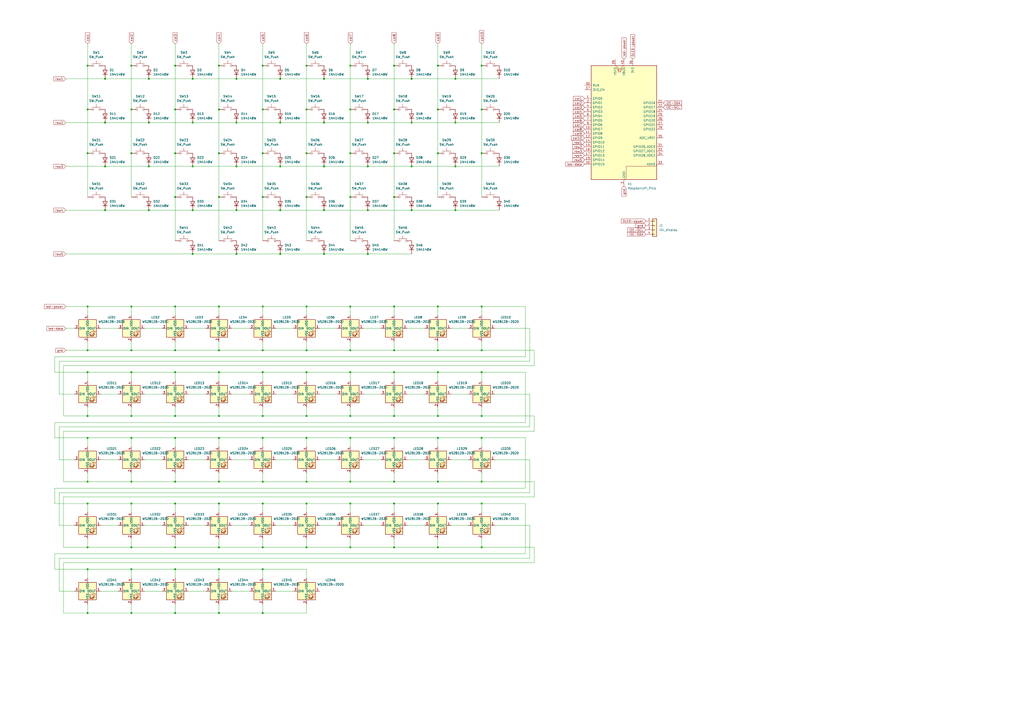
<source format=kicad_sch>
(kicad_sch (version 20250114) (generator "eeschema") (generator_version "9.0")
  (paper "A2")
  (junction (at 76.2 177.8))
  (junction (at 101.6 241.3))
  (junction (at 50.8 38.1))
  (junction (at 254 241.3))
  (junction (at 264.16 71.12))
  (junction (at 50.8 330.2))
  (junction (at 50.8 292.1))
  (junction (at 203.2 114.3))
  (junction (at 203.2 241.3))
  (junction (at 137.16 121.92))
  (junction (at 127 241.3))
  (junction (at 203.2 38.1))
  (junction (at 279.4 292.1))
  (junction (at 152.4 38.1))
  (junction (at 76.2 88.9))
  (junction (at 213.36 96.52))
  (junction (at 50.8 88.9))
  (junction (at 152.4 241.3))
  (junction (at 101.6 63.5))
  (junction (at 86.36 96.52))
  (junction (at 177.8 317.5))
  (junction (at 162.56 45.72))
  (junction (at 152.4 114.3))
  (junction (at 152.4 177.8))
  (junction (at 177.8 88.9))
  (junction (at 101.6 279.4))
  (junction (at 76.2 254))
  (junction (at 203.2 279.4))
  (junction (at 177.8 38.1))
  (junction (at 177.8 292.1))
  (junction (at 101.6 292.1))
  (junction (at 203.2 88.9))
  (junction (at 254 279.4))
  (junction (at 177.8 279.4))
  (junction (at 101.6 330.2))
  (junction (at 152.4 63.5))
  (junction (at 228.6 254))
  (junction (at 228.6 241.3))
  (junction (at 203.2 292.1))
  (junction (at 203.2 215.9))
  (junction (at 50.8 279.4))
  (junction (at 162.56 147.32))
  (junction (at 228.6 38.1))
  (junction (at 137.16 96.52))
  (junction (at 203.2 203.2))
  (junction (at 254 203.2))
  (junction (at 86.36 71.12))
  (junction (at 254 63.5))
  (junction (at 76.2 215.9))
  (junction (at 228.6 292.1))
  (junction (at 254 292.1))
  (junction (at 76.2 355.6))
  (junction (at 279.4 317.5))
  (junction (at 228.6 114.3))
  (junction (at 238.76 121.92))
  (junction (at 101.6 88.9))
  (junction (at 187.96 45.72))
  (junction (at 152.4 215.9))
  (junction (at 152.4 317.5))
  (junction (at 101.6 355.6))
  (junction (at 279.4 241.3))
  (junction (at 152.4 254))
  (junction (at 127 254))
  (junction (at 101.6 203.2))
  (junction (at 152.4 88.9))
  (junction (at 101.6 254))
  (junction (at 127 114.3))
  (junction (at 127 88.9))
  (junction (at 279.4 215.9))
  (junction (at 213.36 45.72))
  (junction (at 228.6 215.9))
  (junction (at 152.4 279.4))
  (junction (at 264.16 45.72))
  (junction (at 228.6 177.8))
  (junction (at 238.76 45.72))
  (junction (at 111.76 147.32))
  (junction (at 127 63.5))
  (junction (at 50.8 203.2))
  (junction (at 279.4 63.5))
  (junction (at 76.2 330.2))
  (junction (at 101.6 177.8))
  (junction (at 279.4 38.1))
  (junction (at 187.96 147.32))
  (junction (at 152.4 355.6))
  (junction (at 127 177.8))
  (junction (at 50.8 241.3))
  (junction (at 213.36 71.12))
  (junction (at 177.8 114.3))
  (junction (at 254 88.9))
  (junction (at 152.4 330.2))
  (junction (at 152.4 292.1))
  (junction (at 238.76 96.52))
  (junction (at 127 292.1))
  (junction (at 264.16 121.92))
  (junction (at 228.6 279.4))
  (junction (at 86.36 121.92))
  (junction (at 228.6 88.9))
  (junction (at 279.4 203.2))
  (junction (at 76.2 241.3))
  (junction (at 254 254))
  (junction (at 254 177.8))
  (junction (at 254 38.1))
  (junction (at 50.8 355.6))
  (junction (at 279.4 177.8))
  (junction (at 111.76 121.92))
  (junction (at 127 317.5))
  (junction (at 137.16 71.12))
  (junction (at 162.56 71.12))
  (junction (at 264.16 96.52))
  (junction (at 60.96 45.72))
  (junction (at 101.6 215.9))
  (junction (at 177.8 254))
  (junction (at 213.36 147.32))
  (junction (at 228.6 203.2))
  (junction (at 203.2 177.8))
  (junction (at 127 38.1))
  (junction (at 76.2 279.4))
  (junction (at 127 355.6))
  (junction (at 203.2 254))
  (junction (at 111.76 45.72))
  (junction (at 177.8 241.3))
  (junction (at 238.76 71.12))
  (junction (at 254 215.9))
  (junction (at 187.96 71.12))
  (junction (at 86.36 45.72))
  (junction (at 50.8 63.5))
  (junction (at 76.2 203.2))
  (junction (at 76.2 317.5))
  (junction (at 127 330.2))
  (junction (at 152.4 203.2))
  (junction (at 76.2 63.5))
  (junction (at 101.6 38.1))
  (junction (at 60.96 121.92))
  (junction (at 228.6 317.5))
  (junction (at 50.8 215.9))
  (junction (at 76.2 38.1))
  (junction (at 50.8 254))
  (junction (at 101.6 114.3))
  (junction (at 279.4 88.9))
  (junction (at 187.96 121.92))
  (junction (at 213.36 121.92))
  (junction (at 162.56 121.92))
  (junction (at 279.4 279.4))
  (junction (at 187.96 96.52))
  (junction (at 127 279.4))
  (junction (at 203.2 63.5))
  (junction (at 60.96 96.52))
  (junction (at 76.2 292.1))
  (junction (at 177.8 215.9))
  (junction (at 228.6 63.5))
  (junction (at 177.8 203.2))
  (junction (at 137.16 45.72))
  (junction (at 127 203.2))
  (junction (at 50.8 317.5))
  (junction (at 111.76 96.52))
  (junction (at 137.16 147.32))
  (junction (at 127 215.9))
  (junction (at 177.8 63.5))
  (junction (at 50.8 177.8))
  (junction (at 162.56 96.52))
  (junction (at 101.6 317.5))
  (junction (at 111.76 71.12))
  (junction (at 60.96 71.12))
  (junction (at 279.4 254))
  (junction (at 203.2 317.5))
  (junction (at 177.8 177.8))
  (junction (at 254 317.5))
  (wire (pts (xy 228.6 63.5) (xy 228.6 88.9)))
  (wire (pts (xy 307.34 266.7) (xy 307.34 285.75)))
  (wire (pts (xy 261.62 190.5) (xy 271.78 190.5)))
  (wire (pts (xy 34.29 266.7) (xy 43.18 266.7)))
  (wire (pts (xy 279.4 292.1) (xy 254 292.1)))
  (wire (pts (xy 279.4 312.42) (xy 279.4 317.5)))
  (wire (pts (xy 203.2 88.9) (xy 203.2 114.3)))
  (wire (pts (xy 177.8 88.9) (xy 177.8 114.3)))
  (wire (pts (xy 254 198.12) (xy 254 203.2)))
  (wire (pts (xy 238.76 71.12) (xy 264.16 71.12)))
  (wire (pts (xy 203.2 297.18) (xy 203.2 292.1)))
  (wire (pts (xy 177.8 312.42) (xy 177.8 317.5)))
  (wire (pts (xy 127 312.42) (xy 127 317.5)))
  (wire (pts (xy 111.76 147.32) (xy 137.16 147.32)))
  (wire (pts (xy 228.6 177.8) (xy 203.2 177.8)))
  (wire (pts (xy 101.6 220.98) (xy 101.6 215.9)))
  (wire (pts (xy 50.8 254) (xy 50.8 259.08)))
  (wire (pts (xy 307.34 228.6) (xy 307.34 247.65)))
  (wire (pts (xy 238.76 121.92) (xy 264.16 121.92)))
  (wire (pts (xy 228.6 114.3) (xy 228.6 139.7)))
  (wire (pts (xy 177.8 63.5) (xy 177.8 88.9)))
  (wire (pts (xy 187.96 96.52) (xy 213.36 96.52)))
  (wire (pts (xy 31.75 207.01) (xy 31.75 215.9)))
  (wire (pts (xy 152.4 88.9) (xy 152.4 114.3)))
  (wire (pts (xy 152.4 215.9) (xy 127 215.9)))
  (wire (pts (xy 101.6 297.18) (xy 101.6 292.1)))
  (wire (pts (xy 304.8 254) (xy 304.8 283.21)))
  (wire (pts (xy 279.4 220.98) (xy 279.4 215.9)))
  (wire (pts (xy 236.22 228.6) (xy 246.38 228.6)))
  (wire (pts (xy 36.83 288.29) (xy 36.83 317.5)))
  (wire (pts (xy 152.4 25.4) (xy 152.4 38.1)))
  (wire (pts (xy 38.1 190.5) (xy 43.18 190.5)))
  (wire (pts (xy 279.4 279.4) (xy 309.88 279.4)))
  (wire (pts (xy 36.83 279.4) (xy 50.8 279.4)))
  (wire (pts (xy 76.2 279.4) (xy 50.8 279.4)))
  (wire (pts (xy 50.8 63.5) (xy 50.8 88.9)))
  (wire (pts (xy 203.2 236.22) (xy 203.2 241.3)))
  (wire (pts (xy 101.6 241.3) (xy 76.2 241.3)))
  (wire (pts (xy 109.22 342.9) (xy 119.38 342.9)))
  (wire (pts (xy 307.34 190.5) (xy 307.34 209.55)))
  (wire (pts (xy 162.56 121.92) (xy 187.96 121.92)))
  (wire (pts (xy 177.8 279.4) (xy 152.4 279.4)))
  (wire (pts (xy 76.2 297.18) (xy 76.2 292.1)))
  (wire (pts (xy 152.4 292.1) (xy 127 292.1)))
  (wire (pts (xy 236.22 266.7) (xy 246.38 266.7)))
  (wire (pts (xy 152.4 177.8) (xy 127 177.8)))
  (wire (pts (xy 127 236.22) (xy 127 241.3)))
  (wire (pts (xy 177.8 25.4) (xy 177.8 38.1)))
  (wire (pts (xy 34.29 209.55) (xy 307.34 209.55)))
  (wire (pts (xy 279.4 203.2) (xy 309.88 203.2)))
  (wire (pts (xy 152.4 279.4) (xy 127 279.4)))
  (wire (pts (xy 152.4 297.18) (xy 152.4 292.1)))
  (wire (pts (xy 109.22 190.5) (xy 119.38 190.5)))
  (wire (pts (xy 177.8 177.8) (xy 152.4 177.8)))
  (wire (pts (xy 160.02 304.8) (xy 170.18 304.8)))
  (wire (pts (xy 152.4 254) (xy 127 254)))
  (wire (pts (xy 203.2 114.3) (xy 203.2 139.7)))
  (wire (pts (xy 185.42 228.6) (xy 195.58 228.6)))
  (wire (pts (xy 50.8 177.8) (xy 50.8 182.88)))
  (wire (pts (xy 203.2 203.2) (xy 177.8 203.2)))
  (wire (pts (xy 228.6 312.42) (xy 228.6 317.5)))
  (wire (pts (xy 137.16 45.72) (xy 162.56 45.72)))
  (wire (pts (xy 101.6 88.9) (xy 101.6 114.3)))
  (wire (pts (xy 101.6 279.4) (xy 76.2 279.4)))
  (wire (pts (xy 86.36 45.72) (xy 111.76 45.72)))
  (wire (pts (xy 160.02 266.7) (xy 170.18 266.7)))
  (wire (pts (xy 203.2 220.98) (xy 203.2 215.9)))
  (wire (pts (xy 38.1 121.92) (xy 60.96 121.92)))
  (wire (pts (xy 60.96 96.52) (xy 86.36 96.52)))
  (wire (pts (xy 279.4 254) (xy 304.8 254)))
  (wire (pts (xy 34.29 209.55) (xy 34.29 228.6)))
  (wire (pts (xy 279.4 254) (xy 254 254)))
  (wire (pts (xy 101.6 335.28) (xy 101.6 330.2)))
  (wire (pts (xy 34.29 228.6) (xy 43.18 228.6)))
  (wire (pts (xy 31.75 321.31) (xy 304.8 321.31)))
  (wire (pts (xy 76.2 292.1) (xy 50.8 292.1)))
  (wire (pts (xy 127 177.8) (xy 101.6 177.8)))
  (wire (pts (xy 287.02 304.8) (xy 307.34 304.8)))
  (wire (pts (xy 101.6 312.42) (xy 101.6 317.5)))
  (wire (pts (xy 36.83 250.19) (xy 36.83 279.4)))
  (wire (pts (xy 36.83 317.5) (xy 50.8 317.5)))
  (wire (pts (xy 213.36 45.72) (xy 238.76 45.72)))
  (wire (pts (xy 210.82 304.8) (xy 220.98 304.8)))
  (wire (pts (xy 185.42 190.5) (xy 195.58 190.5)))
  (wire (pts (xy 34.29 304.8) (xy 43.18 304.8)))
  (wire (pts (xy 254 241.3) (xy 228.6 241.3)))
  (wire (pts (xy 50.8 215.9) (xy 50.8 220.98)))
  (wire (pts (xy 236.22 304.8) (xy 246.38 304.8)))
  (wire (pts (xy 152.4 114.3) (xy 152.4 139.7)))
  (wire (pts (xy 162.56 45.72) (xy 187.96 45.72)))
  (wire (pts (xy 101.6 114.3) (xy 101.6 139.7)))
  (wire (pts (xy 101.6 254) (xy 76.2 254)))
  (wire (pts (xy 264.16 96.52) (xy 289.56 96.52)))
  (wire (pts (xy 254 203.2) (xy 228.6 203.2)))
  (wire (pts (xy 213.36 96.52) (xy 238.76 96.52)))
  (wire (pts (xy 279.4 88.9) (xy 279.4 114.3)))
  (wire (pts (xy 127 220.98) (xy 127 215.9)))
  (wire (pts (xy 50.8 330.2) (xy 50.8 335.28)))
  (wire (pts (xy 34.29 247.65) (xy 307.34 247.65)))
  (wire (pts (xy 279.4 63.5) (xy 279.4 88.9)))
  (wire (pts (xy 279.4 241.3) (xy 254 241.3)))
  (wire (pts (xy 160.02 190.5) (xy 170.18 190.5)))
  (wire (pts (xy 36.83 250.19) (xy 309.88 250.19)))
  (wire (pts (xy 177.8 38.1) (xy 177.8 63.5)))
  (wire (pts (xy 228.6 198.12) (xy 228.6 203.2)))
  (wire (pts (xy 38.1 147.32) (xy 111.76 147.32)))
  (wire (pts (xy 279.4 259.08) (xy 279.4 254)))
  (wire (pts (xy 162.56 71.12) (xy 187.96 71.12)))
  (wire (pts (xy 228.6 203.2) (xy 203.2 203.2)))
  (wire (pts (xy 254 254) (xy 228.6 254)))
  (wire (pts (xy 177.8 317.5) (xy 152.4 317.5)))
  (wire (pts (xy 76.2 177.8) (xy 50.8 177.8)))
  (wire (pts (xy 76.2 274.32) (xy 76.2 279.4)))
  (wire (pts (xy 58.42 266.7) (xy 68.58 266.7)))
  (wire (pts (xy 111.76 121.92) (xy 137.16 121.92)))
  (wire (pts (xy 203.2 177.8) (xy 177.8 177.8)))
  (wire (pts (xy 228.6 279.4) (xy 203.2 279.4)))
  (wire (pts (xy 31.75 207.01) (xy 304.8 207.01)))
  (wire (pts (xy 31.75 254) (xy 50.8 254)))
  (wire (pts (xy 261.62 304.8) (xy 271.78 304.8)))
  (wire (pts (xy 238.76 96.52) (xy 264.16 96.52)))
  (wire (pts (xy 287.02 228.6) (xy 307.34 228.6)))
  (wire (pts (xy 210.82 266.7) (xy 220.98 266.7)))
  (wire (pts (xy 60.96 45.72) (xy 86.36 45.72)))
  (wire (pts (xy 36.83 212.09) (xy 36.83 241.3)))
  (wire (pts (xy 279.4 215.9) (xy 254 215.9)))
  (wire (pts (xy 83.82 304.8) (xy 93.98 304.8)))
  (wire (pts (xy 203.2 241.3) (xy 177.8 241.3)))
  (wire (pts (xy 177.8 259.08) (xy 177.8 254)))
  (wire (pts (xy 254 215.9) (xy 228.6 215.9)))
  (wire (pts (xy 109.22 304.8) (xy 119.38 304.8)))
  (wire (pts (xy 228.6 88.9) (xy 228.6 114.3)))
  (wire (pts (xy 187.96 147.32) (xy 213.36 147.32)))
  (wire (pts (xy 127 182.88) (xy 127 177.8)))
  (wire (pts (xy 101.6 215.9) (xy 76.2 215.9)))
  (wire (pts (xy 254 279.4) (xy 228.6 279.4)))
  (wire (pts (xy 127 355.6) (xy 101.6 355.6)))
  (wire (pts (xy 177.8 220.98) (xy 177.8 215.9)))
  (wire (pts (xy 38.1 177.8) (xy 50.8 177.8)))
  (wire (pts (xy 101.6 330.2) (xy 76.2 330.2)))
  (wire (pts (xy 127 25.4) (xy 127 38.1)))
  (wire (pts (xy 287.02 266.7) (xy 307.34 266.7)))
  (wire (pts (xy 203.2 274.32) (xy 203.2 279.4)))
  (wire (pts (xy 185.42 304.8) (xy 195.58 304.8)))
  (wire (pts (xy 279.4 182.88) (xy 279.4 177.8)))
  (wire (pts (xy 228.6 297.18) (xy 228.6 292.1)))
  (wire (pts (xy 38.1 71.12) (xy 60.96 71.12)))
  (wire (pts (xy 76.2 335.28) (xy 76.2 330.2)))
  (wire (pts (xy 228.6 241.3) (xy 203.2 241.3)))
  (wire (pts (xy 101.6 177.8) (xy 76.2 177.8)))
  (wire (pts (xy 101.6 25.4) (xy 101.6 38.1)))
  (wire (pts (xy 76.2 330.2) (xy 50.8 330.2)))
  (wire (pts (xy 127 335.28) (xy 127 330.2)))
  (wire (pts (xy 160.02 342.9) (xy 170.18 342.9)))
  (wire (pts (xy 177.8 355.6) (xy 152.4 355.6)))
  (wire (pts (xy 76.2 317.5) (xy 50.8 317.5)))
  (wire (pts (xy 50.8 317.5) (xy 50.8 312.42)))
  (wire (pts (xy 76.2 215.9) (xy 50.8 215.9)))
  (wire (pts (xy 152.4 317.5) (xy 127 317.5)))
  (wire (pts (xy 34.29 323.85) (xy 34.29 342.9)))
  (wire (pts (xy 185.42 266.7) (xy 195.58 266.7)))
  (wire (pts (xy 261.62 266.7) (xy 271.78 266.7)))
  (wire (pts (xy 279.4 317.5) (xy 309.88 317.5)))
  (wire (pts (xy 203.2 312.42) (xy 203.2 317.5)))
  (wire (pts (xy 228.6 292.1) (xy 203.2 292.1)))
  (wire (pts (xy 177.8 297.18) (xy 177.8 292.1)))
  (wire (pts (xy 83.82 190.5) (xy 93.98 190.5)))
  (wire (pts (xy 264.16 121.92) (xy 289.56 121.92)))
  (wire (pts (xy 101.6 203.2) (xy 76.2 203.2)))
  (wire (pts (xy 309.88 241.3) (xy 309.88 250.19)))
  (wire (pts (xy 287.02 190.5) (xy 307.34 190.5)))
  (wire (pts (xy 31.75 283.21) (xy 304.8 283.21)))
  (wire (pts (xy 152.4 63.5) (xy 152.4 88.9)))
  (wire (pts (xy 152.4 182.88) (xy 152.4 177.8)))
  (wire (pts (xy 307.34 304.8) (xy 307.34 323.85)))
  (wire (pts (xy 304.8 177.8) (xy 304.8 207.01)))
  (wire (pts (xy 31.75 215.9) (xy 50.8 215.9)))
  (wire (pts (xy 304.8 215.9) (xy 304.8 245.11)))
  (wire (pts (xy 279.4 203.2) (xy 254 203.2)))
  (wire (pts (xy 76.2 312.42) (xy 76.2 317.5)))
  (wire (pts (xy 152.4 350.52) (xy 152.4 355.6)))
  (wire (pts (xy 210.82 228.6) (xy 220.98 228.6)))
  (wire (pts (xy 36.83 212.09) (xy 309.88 212.09)))
  (wire (pts (xy 101.6 182.88) (xy 101.6 177.8)))
  (wire (pts (xy 58.42 228.6) (xy 68.58 228.6)))
  (wire (pts (xy 152.4 312.42) (xy 152.4 317.5)))
  (wire (pts (xy 137.16 71.12) (xy 162.56 71.12)))
  (wire (pts (xy 76.2 241.3) (xy 50.8 241.3)))
  (wire (pts (xy 76.2 198.12) (xy 76.2 203.2)))
  (wire (pts (xy 261.62 228.6) (xy 271.78 228.6)))
  (wire (pts (xy 203.2 254) (xy 177.8 254)))
  (wire (pts (xy 134.62 228.6) (xy 144.78 228.6)))
  (wire (pts (xy 177.8 274.32) (xy 177.8 279.4)))
  (wire (pts (xy 279.4 38.1) (xy 279.4 63.5)))
  (wire (pts (xy 50.8 241.3) (xy 50.8 236.22)))
  (wire (pts (xy 36.83 326.39) (xy 36.83 355.6)))
  (wire (pts (xy 152.4 335.28) (xy 152.4 330.2)))
  (wire (pts (xy 76.2 220.98) (xy 76.2 215.9)))
  (wire (pts (xy 213.36 71.12) (xy 238.76 71.12)))
  (wire (pts (xy 36.83 288.29) (xy 309.88 288.29)))
  (wire (pts (xy 254 317.5) (xy 228.6 317.5)))
  (wire (pts (xy 203.2 317.5) (xy 177.8 317.5)))
  (wire (pts (xy 279.4 236.22) (xy 279.4 241.3)))
  (wire (pts (xy 50.8 88.9) (xy 50.8 114.3)))
  (wire (pts (xy 228.6 259.08) (xy 228.6 254)))
  (wire (pts (xy 50.8 279.4) (xy 50.8 274.32)))
  (wire (pts (xy 101.6 63.5) (xy 101.6 88.9)))
  (wire (pts (xy 31.75 245.11) (xy 304.8 245.11)))
  (wire (pts (xy 101.6 236.22) (xy 101.6 241.3)))
  (wire (pts (xy 152.4 220.98) (xy 152.4 215.9)))
  (wire (pts (xy 203.2 182.88) (xy 203.2 177.8)))
  (wire (pts (xy 254 259.08) (xy 254 254)))
  (wire (pts (xy 60.96 71.12) (xy 86.36 71.12)))
  (wire (pts (xy 50.8 38.1) (xy 50.8 63.5)))
  (wire (pts (xy 31.75 330.2) (xy 50.8 330.2)))
  (wire (pts (xy 127 254) (xy 101.6 254)))
  (wire (pts (xy 101.6 350.52) (xy 101.6 355.6)))
  (wire (pts (xy 36.83 326.39) (xy 309.88 326.39)))
  (wire (pts (xy 134.62 304.8) (xy 144.78 304.8)))
  (wire (pts (xy 203.2 38.1) (xy 203.2 63.5)))
  (wire (pts (xy 38.1 96.52) (xy 60.96 96.52)))
  (wire (pts (xy 50.8 355.6) (xy 50.8 350.52)))
  (wire (pts (xy 134.62 266.7) (xy 144.78 266.7)))
  (wire (pts (xy 101.6 38.1) (xy 101.6 63.5)))
  (wire (pts (xy 134.62 190.5) (xy 144.78 190.5)))
  (wire (pts (xy 86.36 71.12) (xy 111.76 71.12)))
  (wire (pts (xy 127 259.08) (xy 127 254)))
  (wire (pts (xy 279.4 297.18) (xy 279.4 292.1)))
  (wire (pts (xy 134.62 342.9) (xy 144.78 342.9)))
  (wire (pts (xy 31.75 283.21) (xy 31.75 292.1)))
  (wire (pts (xy 279.4 317.5) (xy 254 317.5)))
  (wire (pts (xy 254 182.88) (xy 254 177.8)))
  (wire (pts (xy 264.16 71.12) (xy 289.56 71.12)))
  (wire (pts (xy 228.6 38.1) (xy 228.6 63.5)))
  (wire (pts (xy 152.4 274.32) (xy 152.4 279.4)))
  (wire (pts (xy 76.2 259.08) (xy 76.2 254)))
  (wire (pts (xy 127 274.32) (xy 127 279.4)))
  (wire (pts (xy 127 350.52) (xy 127 355.6)))
  (wire (pts (xy 254 274.32) (xy 254 279.4)))
  (wire (pts (xy 162.56 147.32) (xy 187.96 147.32)))
  (wire (pts (xy 279.4 279.4) (xy 254 279.4)))
  (wire (pts (xy 76.2 25.4) (xy 76.2 38.1)))
  (wire (pts (xy 160.02 228.6) (xy 170.18 228.6)))
  (wire (pts (xy 76.2 236.22) (xy 76.2 241.3)))
  (wire (pts (xy 228.6 25.4) (xy 228.6 38.1)))
  (wire (pts (xy 279.4 198.12) (xy 279.4 203.2)))
  (wire (pts (xy 228.6 254) (xy 203.2 254)))
  (wire (pts (xy 162.56 96.52) (xy 187.96 96.52)))
  (wire (pts (xy 304.8 292.1) (xy 304.8 321.31)))
  (wire (pts (xy 76.2 182.88) (xy 76.2 177.8)))
  (wire (pts (xy 50.8 292.1) (xy 50.8 297.18)))
  (wire (pts (xy 187.96 71.12) (xy 213.36 71.12)))
  (wire (pts (xy 31.75 292.1) (xy 50.8 292.1)))
  (wire (pts (xy 228.6 220.98) (xy 228.6 215.9)))
  (wire (pts (xy 152.4 236.22) (xy 152.4 241.3)))
  (wire (pts (xy 101.6 198.12) (xy 101.6 203.2)))
  (wire (pts (xy 279.4 215.9) (xy 304.8 215.9)))
  (wire (pts (xy 177.8 241.3) (xy 152.4 241.3)))
  (wire (pts (xy 254 220.98) (xy 254 215.9)))
  (wire (pts (xy 137.16 147.32) (xy 162.56 147.32)))
  (wire (pts (xy 203.2 292.1) (xy 177.8 292.1)))
  (wire (pts (xy 38.1 203.2) (xy 50.8 203.2)))
  (wire (pts (xy 58.42 190.5) (xy 68.58 190.5)))
  (wire (pts (xy 127 279.4) (xy 101.6 279.4)))
  (wire (pts (xy 127 215.9) (xy 101.6 215.9)))
  (wire (pts (xy 34.29 342.9) (xy 43.18 342.9)))
  (wire (pts (xy 58.42 304.8) (xy 68.58 304.8)))
  (wire (pts (xy 34.29 247.65) (xy 34.29 266.7)))
  (wire (pts (xy 76.2 203.2) (xy 50.8 203.2)))
  (wire (pts (xy 76.2 88.9) (xy 76.2 114.3)))
  (wire (pts (xy 203.2 63.5) (xy 203.2 88.9)))
  (wire (pts (xy 76.2 355.6) (xy 50.8 355.6)))
  (wire (pts (xy 309.88 279.4) (xy 309.88 288.29)))
  (wire (pts (xy 101.6 355.6) (xy 76.2 355.6)))
  (wire (pts (xy 228.6 236.22) (xy 228.6 241.3)))
  (wire (pts (xy 38.1 45.72) (xy 60.96 45.72)))
  (wire (pts (xy 34.29 285.75) (xy 34.29 304.8)))
  (wire (pts (xy 36.83 355.6) (xy 50.8 355.6)))
  (wire (pts (xy 111.76 96.52) (xy 137.16 96.52)))
  (wire (pts (xy 254 292.1) (xy 228.6 292.1)))
  (wire (pts (xy 152.4 330.2) (xy 127 330.2)))
  (wire (pts (xy 109.22 228.6) (xy 119.38 228.6)))
  (wire (pts (xy 177.8 335.28) (xy 177.8 330.2)))
  (wire (pts (xy 101.6 317.5) (xy 76.2 317.5)))
  (wire (pts (xy 36.83 241.3) (xy 50.8 241.3)))
  (wire (pts (xy 152.4 259.08) (xy 152.4 254)))
  (wire (pts (xy 187.96 45.72) (xy 213.36 45.72)))
  (wire (pts (xy 31.75 321.31) (xy 31.75 330.2)))
  (wire (pts (xy 254 38.1) (xy 254 63.5)))
  (wire (pts (xy 177.8 236.22) (xy 177.8 241.3)))
  (wire (pts (xy 58.42 342.9) (xy 68.58 342.9)))
  (wire (pts (xy 238.76 45.72) (xy 264.16 45.72)))
  (wire (pts (xy 203.2 25.4) (xy 203.2 38.1)))
  (wire (pts (xy 203.2 279.4) (xy 177.8 279.4)))
  (wire (pts (xy 127 330.2) (xy 101.6 330.2)))
  (wire (pts (xy 111.76 71.12) (xy 137.16 71.12)))
  (wire (pts (xy 86.36 121.92) (xy 111.76 121.92)))
  (wire (pts (xy 127 297.18) (xy 127 292.1)))
  (wire (pts (xy 279.4 292.1) (xy 304.8 292.1)))
  (wire (pts (xy 210.82 190.5) (xy 220.98 190.5)))
  (wire (pts (xy 228.6 274.32) (xy 228.6 279.4)))
  (wire (pts (xy 101.6 259.08) (xy 101.6 254)))
  (wire (pts (xy 152.4 38.1) (xy 152.4 63.5)))
  (wire (pts (xy 86.36 96.52) (xy 111.76 96.52)))
  (wire (pts (xy 127 63.5) (xy 127 88.9)))
  (wire (pts (xy 279.4 177.8) (xy 254 177.8)))
  (wire (pts (xy 279.4 25.4) (xy 279.4 38.1)))
  (wire (pts (xy 127 292.1) (xy 101.6 292.1)))
  (wire (pts (xy 137.16 96.52) (xy 162.56 96.52)))
  (wire (pts (xy 213.36 147.32) (xy 238.76 147.32)))
  (wire (pts (xy 127 38.1) (xy 127 63.5)))
  (wire (pts (xy 228.6 317.5) (xy 203.2 317.5)))
  (wire (pts (xy 177.8 350.52) (xy 177.8 355.6)))
  (wire (pts (xy 101.6 274.32) (xy 101.6 279.4)))
  (wire (pts (xy 177.8 292.1) (xy 152.4 292.1)))
  (wire (pts (xy 254 63.5) (xy 254 88.9)))
  (wire (pts (xy 111.76 45.72) (xy 137.16 45.72)))
  (wire (pts (xy 177.8 254) (xy 152.4 254)))
  (wire (pts (xy 76.2 350.52) (xy 76.2 355.6)))
  (wire (pts (xy 127 203.2) (xy 101.6 203.2)))
  (wire (pts (xy 177.8 203.2) (xy 152.4 203.2)))
  (wire (pts (xy 177.8 330.2) (xy 152.4 330.2)))
  (wire (pts (xy 50.8 25.4) (xy 50.8 38.1)))
  (wire (pts (xy 152.4 203.2) (xy 127 203.2)))
  (wire (pts (xy 76.2 63.5) (xy 76.2 88.9)))
  (wire (pts (xy 177.8 198.12) (xy 177.8 203.2)))
  (wire (pts (xy 152.4 355.6) (xy 127 355.6)))
  (wire (pts (xy 279.4 241.3) (xy 309.88 241.3)))
  (wire (pts (xy 34.29 285.75) (xy 307.34 285.75)))
  (wire (pts (xy 83.82 266.7) (xy 93.98 266.7)))
  (wire (pts (xy 137.16 121.92) (xy 162.56 121.92)))
  (wire (pts (xy 109.22 266.7) (xy 119.38 266.7)))
  (wire (pts (xy 254 297.18) (xy 254 292.1)))
  (wire (pts (xy 279.4 274.32) (xy 279.4 279.4)))
  (wire (pts (xy 236.22 190.5) (xy 246.38 190.5)))
  (wire (pts (xy 203.2 198.12) (xy 203.2 203.2)))
  (wire (pts (xy 279.4 177.8) (xy 304.8 177.8)))
  (wire (pts (xy 254 312.42) (xy 254 317.5)))
  (wire (pts (xy 76.2 38.1) (xy 76.2 63.5)))
  (wire (pts (xy 254 236.22) (xy 254 241.3)))
  (wire (pts (xy 127 317.5) (xy 101.6 317.5)))
  (wire (pts (xy 187.96 121.92) (xy 213.36 121.92)))
  (wire (pts (xy 31.75 245.11) (xy 31.75 254)))
  (wire (pts (xy 152.4 241.3) (xy 127 241.3)))
  (wire (pts (xy 203.2 259.08) (xy 203.2 254)))
  (wire (pts (xy 177.8 182.88) (xy 177.8 177.8)))
  (wire (pts (xy 228.6 182.88) (xy 228.6 177.8)))
  (wire (pts (xy 177.8 114.3) (xy 177.8 139.7)))
  (wire (pts (xy 76.2 254) (xy 50.8 254)))
  (wire (pts (xy 254 88.9) (xy 254 114.3)))
  (wire (pts (xy 127 88.9) (xy 127 114.3)))
  (wire (pts (xy 309.88 317.5) (xy 309.88 326.39)))
  (wire (pts (xy 83.82 342.9) (xy 93.98 342.9)))
  (wire (pts (xy 60.96 121.92) (xy 86.36 121.92)))
  (wire (pts (xy 203.2 215.9) (xy 177.8 215.9)))
  (wire (pts (xy 254 25.4) (xy 254 38.1)))
  (wire (pts (xy 127 114.3) (xy 127 139.7)))
  (wire (pts (xy 152.4 198.12) (xy 152.4 203.2)))
  (wire (pts (xy 309.88 203.2) (xy 309.88 212.09)))
  (wire (pts (xy 213.36 121.92) (xy 238.76 121.92)))
  (wire (pts (xy 228.6 215.9) (xy 203.2 215.9)))
  (wire (pts (xy 127 198.12) (xy 127 203.2)))
  (wire (pts (xy 127 241.3) (xy 101.6 241.3)))
  (wire (pts (xy 34.29 323.85) (xy 307.34 323.85)))
  (wire (pts (xy 254 177.8) (xy 228.6 177.8)))
  (wire (pts (xy 83.82 228.6) (xy 93.98 228.6)))
  (wire (pts (xy 101.6 292.1) (xy 76.2 292.1)))
  (wire (pts (xy 177.8 215.9) (xy 152.4 215.9)))
  (wire (pts (xy 50.8 203.2) (xy 50.8 198.12)))
  (wire (pts (xy 264.16 45.72) (xy 289.56 45.72)))
  (global_label "gnd" (shape input) (at 361.95 107.95 270) (property "Intersheetrefs" "${INTERSHEET_REFS}" (effects (hide yes))))
  (global_label "col10" (shape input) (at 339.09 80.01 180) (property "Intersheetrefs" "${INTERSHEET_REFS}" (effects (hide yes))))
  (global_label "col5" (shape input) (at 152.4 25.4 90) (property "Intersheetrefs" "${INTERSHEET_REFS}" (effects (hide yes))))
  (global_label "col3" (shape input) (at 101.6 25.4 90) (property "Intersheetrefs" "${INTERSHEET_REFS}" (effects (hide yes))))
  (global_label "I2C-SCL" (shape input) (at 374.65 133.35 180) (property "Intersheetrefs" "${INTERSHEET_REFS}" (effects (hide yes))))
  (global_label "I2C-SDA" (shape input) (at 384.81 59.69 0) (property "Intersheetrefs" "${INTERSHEET_REFS}" (effects (hide yes))))
  (global_label "col6" (shape input) (at 339.09 69.85 180) (property "Intersheetrefs" "${INTERSHEET_REFS}" (effects (hide yes))))
  (global_label "col7" (shape input) (at 339.09 72.39 180) (property "Intersheetrefs" "${INTERSHEET_REFS}" (effects (hide yes))))
  (global_label "led-power" (shape input) (at 38.1 177.8 180) (property "Intersheetrefs" "${INTERSHEET_REFS}" (effects (hide yes))))
  (global_label "gnd" (shape input) (at 374.65 130.81 180) (property "Intersheetrefs" "${INTERSHEET_REFS}" (effects (hide yes))))
  (global_label "row2" (shape input) (at 38.1 71.12 180) (property "Intersheetrefs" "${INTERSHEET_REFS}" (effects (hide yes))))
  (global_label "row2" (shape input) (at 339.09 85.09 180) (property "Intersheetrefs" "${INTERSHEET_REFS}" (effects (hide yes))))
  (global_label "col4" (shape input) (at 127 25.4 90) (property "Intersheetrefs" "${INTERSHEET_REFS}" (effects (hide yes))))
  (global_label "led-data" (shape input) (at 339.09 95.25 180) (property "Intersheetrefs" "${INTERSHEET_REFS}" (effects (hide yes))))
  (global_label "col1" (shape input) (at 50.8 25.4 90) (property "Intersheetrefs" "${INTERSHEET_REFS}" (effects (hide yes))))
  (global_label "OLED-power" (shape input) (at 367.03 34.29 90) (property "Intersheetrefs" "${INTERSHEET_REFS}" (effects (hide yes))))
  (global_label "col6" (shape input) (at 177.8 25.4 90) (property "Intersheetrefs" "${INTERSHEET_REFS}" (effects (hide yes))))
  (global_label "led-data" (shape input) (at 38.1 190.5 180) (property "Intersheetrefs" "${INTERSHEET_REFS}" (effects (hide yes))))
  (global_label "col2" (shape input) (at 339.09 59.69 180) (property "Intersheetrefs" "${INTERSHEET_REFS}" (effects (hide yes))))
  (global_label "row3" (shape input) (at 339.09 87.63 180) (property "Intersheetrefs" "${INTERSHEET_REFS}" (effects (hide yes))))
  (global_label "col4" (shape input) (at 339.09 64.77 180) (property "Intersheetrefs" "${INTERSHEET_REFS}" (effects (hide yes))))
  (global_label "col9" (shape input) (at 339.09 77.47 180) (property "Intersheetrefs" "${INTERSHEET_REFS}" (effects (hide yes))))
  (global_label "row4" (shape input) (at 339.09 90.17 180) (property "Intersheetrefs" "${INTERSHEET_REFS}" (effects (hide yes))))
  (global_label "row3" (shape input) (at 38.1 96.52 180) (property "Intersheetrefs" "${INTERSHEET_REFS}" (effects (hide yes))))
  (global_label "row1" (shape input) (at 38.1 45.72 180) (property "Intersheetrefs" "${INTERSHEET_REFS}" (effects (hide yes))))
  (global_label "col3" (shape input) (at 339.09 62.23 180) (property "Intersheetrefs" "${INTERSHEET_REFS}" (effects (hide yes))))
  (global_label "col5" (shape input) (at 339.09 67.31 180) (property "Intersheetrefs" "${INTERSHEET_REFS}" (effects (hide yes))))
  (global_label "row4" (shape input) (at 38.1 121.92 180) (property "Intersheetrefs" "${INTERSHEET_REFS}" (effects (hide yes))))
  (global_label "I2C-SCL" (shape input) (at 384.81 62.23 0) (property "Intersheetrefs" "${INTERSHEET_REFS}" (effects (hide yes))))
  (global_label "row5" (shape input) (at 38.1 147.32 180) (property "Intersheetrefs" "${INTERSHEET_REFS}" (effects (hide yes))))
  (global_label "col10" (shape input) (at 279.4 25.4 90) (property "Intersheetrefs" "${INTERSHEET_REFS}" (effects (hide yes))))
  (global_label "row5" (shape input) (at 339.09 92.71 180) (property "Intersheetrefs" "${INTERSHEET_REFS}" (effects (hide yes))))
  (global_label "col8" (shape input) (at 339.09 74.93 180) (property "Intersheetrefs" "${INTERSHEET_REFS}" (effects (hide yes))))
  (global_label "OLED-power" (shape input) (at 374.65 128.27 180) (property "Intersheetrefs" "${INTERSHEET_REFS}" (effects (hide yes))))
  (global_label "I2C-SDA" (shape input) (at 374.65 135.89 180) (property "Intersheetrefs" "${INTERSHEET_REFS}" (effects (hide yes))))
  (global_label "col9" (shape input) (at 254 25.4 90) (property "Intersheetrefs" "${INTERSHEET_REFS}" (effects (hide yes))))
  (global_label "col2" (shape input) (at 76.2 25.4 90) (property "Intersheetrefs" "${INTERSHEET_REFS}" (effects (hide yes))))
  (global_label "col7" (shape input) (at 203.2 25.4 90) (property "Intersheetrefs" "${INTERSHEET_REFS}" (effects (hide yes))))
  (global_label "led-power" (shape input) (at 361.95 34.29 90) (property "Intersheetrefs" "${INTERSHEET_REFS}" (effects (hide yes))))
  (global_label "row1" (shape input) (at 339.09 82.55 180) (property "Intersheetrefs" "${INTERSHEET_REFS}" (effects (hide yes))))
  (global_label "col8" (shape input) (at 228.6 25.4 90) (property "Intersheetrefs" "${INTERSHEET_REFS}" (effects (hide yes))))
  (global_label "gnd" (shape input) (at 38.1 203.2 180) (property "Intersheetrefs" "${INTERSHEET_REFS}" (effects (hide yes))))
  (global_label "col1" (shape input) (at 339.09 57.15 180) (property "Intersheetrefs" "${INTERSHEET_REFS}" (effects (hide yes))))
  (symbol (lib_id "Diode:1N4148W") (at 137.16 67.31 90) (unit 1)
    (property "Reference" "D14" (at 139.7 66.0399 90) (effects (justify right)))
    (property "Value" "1N4148W" (at 139.7 68.5799 90) (effects (justify right)))
    (property "Footprint" "Diode_SMD:D_SOD-123" (effects (hide yes)))
    (property "Datasheet" "https://www.vishay.com/docs/85748/1n4148w.pdf" (effects (hide yes)))
    (property "Description" "75V 0.15A Fast Switching Diode, SOD-123" (effects (hide yes)))
    (property "Sim.Device" "D" (effects (hide yes)))
    (property "Sim.Pins" "1=K 2=A" (effects (hide yes)))
  )
  (symbol (lib_id "Diode:1N4148W") (at 86.36 118.11 90) (unit 1)
    (property "Reference" "D32" (at 88.9 116.8399 90) (effects (justify right)))
    (property "Value" "1N4148W" (at 88.9 119.3799 90) (effects (justify right)))
    (property "Footprint" "Diode_SMD:D_SOD-123" (effects (hide yes)))
    (property "Datasheet" "https://www.vishay.com/docs/85748/1n4148w.pdf" (effects (hide yes)))
    (property "Description" "75V 0.15A Fast Switching Diode, SOD-123" (effects (hide yes)))
    (property "Sim.Device" "D" (effects (hide yes)))
    (property "Sim.Pins" "1=K 2=A" (effects (hide yes)))
  )
  (symbol (lib_id "Switch:SW_Push") (at 132.08 114.3 0) (unit 1)
    (property "Reference" "SW34" (at 132.08 106.68 0))
    (property "Value" "SW_Push" (at 132.08 109.22 0))
    (property "Footprint" "MX_V2:Gateron-KS33-Solderable-Template" (effects (hide yes)))
    (property "Description" "Push button switch, generic, two pins" (effects (hide yes)))
  )
  (symbol (lib_id "LED:WS2812B-2020") (at 127 228.6 0) (unit 1)
    (property "Reference" "LED14" (at 140.97 222.1798 0))
    (property "Value" "WS2812B-2020" (at 140.97 224.7198 0))
    (property "Footprint" "LED_SMD:LED_WS2812B-2020_PLCC4_2.0x2.0mm" (effects (hide yes)))
    (property "Datasheet" "https://cdn-shop.adafruit.com/product-files/4684/4684_WS2812B-2020_V1.3_EN.pdf" (effects (hide yes)))
    (property "Description" "RGB LED with integrated controller, 2.0 x 2.0 mm, 12 mA" (effects (hide yes)))
  )
  (symbol (lib_id "LED:WS2812B-2020") (at 254 228.6 0) (unit 1)
    (property "Reference" "LED19" (at 267.97 222.1798 0))
    (property "Value" "WS2812B-2020" (at 267.97 224.7198 0))
    (property "Footprint" "LED_SMD:LED_WS2812B-2020_PLCC4_2.0x2.0mm" (effects (hide yes)))
    (property "Datasheet" "https://cdn-shop.adafruit.com/product-files/4684/4684_WS2812B-2020_V1.3_EN.pdf" (effects (hide yes)))
    (property "Description" "RGB LED with integrated controller, 2.0 x 2.0 mm, 12 mA" (effects (hide yes)))
  )
  (symbol (lib_id "Switch:SW_Push") (at 157.48 139.7 0) (unit 1)
    (property "Reference" "SW43" (at 157.48 132.08 0))
    (property "Value" "SW_Push" (at 157.48 134.62 0))
    (property "Footprint" "MX_V2:Gateron-KS33-Solderable-Template" (effects (hide yes)))
    (property "Description" "Push button switch, generic, two pins" (effects (hide yes)))
  )
  (symbol (lib_id "Switch:SW_Push") (at 132.08 139.7 0) (unit 1)
    (property "Reference" "SW42" (at 132.08 132.08 0))
    (property "Value" "SW_Push" (at 132.08 134.62 0))
    (property "Footprint" "MX_V2:Gateron-KS33-Solderable-Template" (effects (hide yes)))
    (property "Description" "Push button switch, generic, two pins" (effects (hide yes)))
  )
  (symbol (lib_id "Switch:SW_Push") (at 106.68 88.9 0) (unit 1)
    (property "Reference" "SW23" (at 106.68 81.28 0))
    (property "Value" "SW_Push" (at 106.68 83.82 0))
    (property "Footprint" "MX_V2:Gateron-KS33-Solderable-Template" (effects (hide yes)))
    (property "Description" "Push button switch, generic, two pins" (effects (hide yes)))
  )
  (symbol (lib_id "LED:WS2812B-2020") (at 203.2 266.7 0) (unit 1)
    (property "Reference" "LED27" (at 217.17 260.2798 0))
    (property "Value" "WS2812B-2020" (at 217.17 262.8198 0))
    (property "Footprint" "LED_SMD:LED_WS2812B-2020_PLCC4_2.0x2.0mm" (effects (hide yes)))
    (property "Datasheet" "https://cdn-shop.adafruit.com/product-files/4684/4684_WS2812B-2020_V1.3_EN.pdf" (effects (hide yes)))
    (property "Description" "RGB LED with integrated controller, 2.0 x 2.0 mm, 12 mA" (effects (hide yes)))
  )
  (symbol (lib_id "LED:WS2812B-2020") (at 101.6 190.5 0) (unit 1)
    (property "Reference" "LED3" (at 115.57 184.0798 0))
    (property "Value" "WS2812B-2020" (at 115.57 186.6198 0))
    (property "Footprint" "LED_SMD:LED_WS2812B-2020_PLCC4_2.0x2.0mm" (effects (hide yes)))
    (property "Datasheet" "https://cdn-shop.adafruit.com/product-files/4684/4684_WS2812B-2020_V1.3_EN.pdf" (effects (hide yes)))
    (property "Description" "RGB LED with integrated controller, 2.0 x 2.0 mm, 12 mA" (effects (hide yes)))
  )
  (symbol (lib_id "LED:WS2812B-2020") (at 76.2 304.8 0) (unit 1)
    (property "Reference" "LED32" (at 90.17 298.3798 0))
    (property "Value" "WS2812B-2020" (at 90.17 300.9198 0))
    (property "Footprint" "LED_SMD:LED_WS2812B-2020_PLCC4_2.0x2.0mm" (effects (hide yes)))
    (property "Datasheet" "https://cdn-shop.adafruit.com/product-files/4684/4684_WS2812B-2020_V1.3_EN.pdf" (effects (hide yes)))
    (property "Description" "RGB LED with integrated controller, 2.0 x 2.0 mm, 12 mA" (effects (hide yes)))
  )
  (symbol (lib_id "LED:WS2812B-2020") (at 203.2 304.8 0) (unit 1)
    (property "Reference" "LED37" (at 217.17 298.3798 0))
    (property "Value" "WS2812B-2020" (at 217.17 300.9198 0))
    (property "Footprint" "LED_SMD:LED_WS2812B-2020_PLCC4_2.0x2.0mm" (effects (hide yes)))
    (property "Datasheet" "https://cdn-shop.adafruit.com/product-files/4684/4684_WS2812B-2020_V1.3_EN.pdf" (effects (hide yes)))
    (property "Description" "RGB LED with integrated controller, 2.0 x 2.0 mm, 12 mA" (effects (hide yes)))
  )
  (symbol (lib_id "Switch:SW_Push") (at 284.48 63.5 0) (unit 1)
    (property "Reference" "SW20" (at 284.48 55.88 0))
    (property "Value" "SW_Push" (at 284.48 58.42 0))
    (property "Footprint" "MX_V2:Gateron-KS33-Solderable-Template" (effects (hide yes)))
    (property "Description" "Push button switch, generic, two pins" (effects (hide yes)))
  )
  (symbol (lib_id "Switch:SW_Push") (at 106.68 139.7 0) (unit 1)
    (property "Reference" "SW41" (at 106.68 132.08 0))
    (property "Value" "SW_Push" (at 106.68 134.62 0))
    (property "Footprint" "MX_V2:Gateron-KS33-Solderable-Template" (effects (hide yes)))
    (property "Description" "Push button switch, generic, two pins" (effects (hide yes)))
  )
  (symbol (lib_id "LED:WS2812B-2020") (at 228.6 228.6 0) (unit 1)
    (property "Reference" "LED18" (at 242.57 222.1798 0))
    (property "Value" "WS2812B-2020" (at 242.57 224.7198 0))
    (property "Footprint" "LED_SMD:LED_WS2812B-2020_PLCC4_2.0x2.0mm" (effects (hide yes)))
    (property "Datasheet" "https://cdn-shop.adafruit.com/product-files/4684/4684_WS2812B-2020_V1.3_EN.pdf" (effects (hide yes)))
    (property "Description" "RGB LED with integrated controller, 2.0 x 2.0 mm, 12 mA" (effects (hide yes)))
  )
  (symbol (lib_id "Switch:SW_Push") (at 182.88 63.5 0) (unit 1)
    (property "Reference" "SW16" (at 182.88 55.88 0))
    (property "Value" "SW_Push" (at 182.88 58.42 0))
    (property "Footprint" "MX_V2:Gateron-KS33-Solderable-Template" (effects (hide yes)))
    (property "Description" "Push button switch, generic, two pins" (effects (hide yes)))
  )
  (symbol (lib_id "Diode:1N4148W") (at 238.76 118.11 90) (unit 1)
    (property "Reference" "D38" (at 241.3 116.8399 90) (effects (justify right)))
    (property "Value" "1N4148W" (at 241.3 119.3799 90) (effects (justify right)))
    (property "Footprint" "Diode_SMD:D_SOD-123" (effects (hide yes)))
    (property "Datasheet" "https://www.vishay.com/docs/85748/1n4148w.pdf" (effects (hide yes)))
    (property "Description" "75V 0.15A Fast Switching Diode, SOD-123" (effects (hide yes)))
    (property "Sim.Device" "D" (effects (hide yes)))
    (property "Sim.Pins" "1=K 2=A" (effects (hide yes)))
  )
  (symbol (lib_id "Switch:SW_Push") (at 208.28 139.7 0) (unit 1)
    (property "Reference" "SW45" (at 208.28 132.08 0))
    (property "Value" "SW_Push" (at 208.28 134.62 0))
    (property "Footprint" "MX_V2:Gateron-KS33-Solderable-Template" (effects (hide yes)))
    (property "Description" "Push button switch, generic, two pins" (effects (hide yes)))
  )
  (symbol (lib_id "Diode:1N4148W") (at 60.96 92.71 90) (unit 1)
    (property "Reference" "D21" (at 63.5 91.4399 90) (effects (justify right)))
    (property "Value" "1N4148W" (at 63.5 93.9799 90) (effects (justify right)))
    (property "Footprint" "Diode_SMD:D_SOD-123" (effects (hide yes)))
    (property "Datasheet" "https://www.vishay.com/docs/85748/1n4148w.pdf" (effects (hide yes)))
    (property "Description" "75V 0.15A Fast Switching Diode, SOD-123" (effects (hide yes)))
    (property "Sim.Device" "D" (effects (hide yes)))
    (property "Sim.Pins" "1=K 2=A" (effects (hide yes)))
  )
  (symbol (lib_id "Switch:SW_Push") (at 157.48 63.5 0) (unit 1)
    (property "Reference" "SW15" (at 157.48 55.88 0))
    (property "Value" "SW_Push" (at 157.48 58.42 0))
    (property "Footprint" "MX_V2:Gateron-KS33-Solderable-Template" (effects (hide yes)))
    (property "Description" "Push button switch, generic, two pins" (effects (hide yes)))
  )
  (symbol (lib_id "Switch:SW_Push") (at 157.48 114.3 0) (unit 1)
    (property "Reference" "SW35" (at 157.48 106.68 0))
    (property "Value" "SW_Push" (at 157.48 109.22 0))
    (property "Footprint" "MX_V2:Gateron-KS33-Solderable-Template" (effects (hide yes)))
    (property "Description" "Push button switch, generic, two pins" (effects (hide yes)))
  )
  (symbol (lib_id "Switch:SW_Push") (at 284.48 38.1 0) (unit 1)
    (property "Reference" "SW10" (at 284.48 30.48 0))
    (property "Value" "SW_Push" (at 284.48 33.02 0))
    (property "Footprint" "MX_V2:Gateron-KS33-Solderable-Template" (effects (hide yes)))
    (property "Description" "Push button switch, generic, two pins" (effects (hide yes)))
  )
  (symbol (lib_id "Diode:1N4148W") (at 238.76 67.31 90) (unit 1)
    (property "Reference" "D18" (at 241.3 66.0399 90) (effects (justify right)))
    (property "Value" "1N4148W" (at 241.3 68.5799 90) (effects (justify right)))
    (property "Footprint" "Diode_SMD:D_SOD-123" (effects (hide yes)))
    (property "Datasheet" "https://www.vishay.com/docs/85748/1n4148w.pdf" (effects (hide yes)))
    (property "Description" "75V 0.15A Fast Switching Diode, SOD-123" (effects (hide yes)))
    (property "Sim.Device" "D" (effects (hide yes)))
    (property "Sim.Pins" "1=K 2=A" (effects (hide yes)))
  )
  (symbol (lib_id "LED:WS2812B-2020") (at 279.4 304.8 0) (unit 1)
    (property "Reference" "LED40" (at 293.37 298.3798 0))
    (property "Value" "WS2812B-2020" (at 293.37 300.9198 0))
    (property "Footprint" "LED_SMD:LED_WS2812B-2020_PLCC4_2.0x2.0mm" (effects (hide yes)))
    (property "Datasheet" "https://cdn-shop.adafruit.com/product-files/4684/4684_WS2812B-2020_V1.3_EN.pdf" (effects (hide yes)))
    (property "Description" "RGB LED with integrated controller, 2.0 x 2.0 mm, 12 mA" (effects (hide yes)))
  )
  (symbol (lib_id "LED:WS2812B-2020") (at 279.4 190.5 0) (unit 1)
    (property "Reference" "LED10" (at 293.37 184.0798 0))
    (property "Value" "WS2812B-2020" (at 293.37 186.6198 0))
    (property "Footprint" "LED_SMD:LED_WS2812B-2020_PLCC4_2.0x2.0mm" (effects (hide yes)))
    (property "Datasheet" "https://cdn-shop.adafruit.com/product-files/4684/4684_WS2812B-2020_V1.3_EN.pdf" (effects (hide yes)))
    (property "Description" "RGB LED with integrated controller, 2.0 x 2.0 mm, 12 mA" (effects (hide yes)))
  )
  (symbol (lib_id "Switch:SW_Push") (at 182.88 88.9 0) (unit 1)
    (property "Reference" "SW26" (at 182.88 81.28 0))
    (property "Value" "SW_Push" (at 182.88 83.82 0))
    (property "Footprint" "MX_V2:Gateron-KS33-Solderable-Template" (effects (hide yes)))
    (property "Description" "Push button switch, generic, two pins" (effects (hide yes)))
  )
  (symbol (lib_id "Diode:1N4148W") (at 289.56 67.31 90) (unit 1)
    (property "Reference" "D20" (at 292.1 66.0399 90) (effects (justify right)))
    (property "Value" "1N4148W" (at 292.1 68.5799 90) (effects (justify right)))
    (property "Footprint" "Diode_SMD:D_SOD-123" (effects (hide yes)))
    (property "Datasheet" "https://www.vishay.com/docs/85748/1n4148w.pdf" (effects (hide yes)))
    (property "Description" "75V 0.15A Fast Switching Diode, SOD-123" (effects (hide yes)))
    (property "Sim.Device" "D" (effects (hide yes)))
    (property "Sim.Pins" "1=K 2=A" (effects (hide yes)))
  )
  (symbol (lib_id "Switch:SW_Push") (at 106.68 114.3 0) (unit 1)
    (property "Reference" "SW33" (at 106.68 106.68 0))
    (property "Value" "SW_Push" (at 106.68 109.22 0))
    (property "Footprint" "MX_V2:Gateron-KS33-Solderable-Template" (effects (hide yes)))
    (property "Description" "Push button switch, generic, two pins" (effects (hide yes)))
  )
  (symbol (lib_id "Diode:1N4148W") (at 60.96 41.91 90) (unit 1)
    (property "Reference" "D1" (at 63.5 40.6399 90) (effects (justify right)))
    (property "Value" "1N4148W" (at 63.5 43.1799 90) (effects (justify right)))
    (property "Footprint" "Diode_SMD:D_SOD-123" (effects (hide yes)))
    (property "Datasheet" "https://www.vishay.com/docs/85748/1n4148w.pdf" (effects (hide yes)))
    (property "Description" "75V 0.15A Fast Switching Diode, SOD-123" (effects (hide yes)))
    (property "Sim.Device" "D" (effects (hide yes)))
    (property "Sim.Pins" "1=K 2=A" (effects (hide yes)))
  )
  (symbol (lib_id "LED:WS2812B-2020") (at 279.4 266.7 0) (unit 1)
    (property "Reference" "LED30" (at 293.37 260.2798 0))
    (property "Value" "WS2812B-2020" (at 293.37 262.8198 0))
    (property "Footprint" "LED_SMD:LED_WS2812B-2020_PLCC4_2.0x2.0mm" (effects (hide yes)))
    (property "Datasheet" "https://cdn-shop.adafruit.com/product-files/4684/4684_WS2812B-2020_V1.3_EN.pdf" (effects (hide yes)))
    (property "Description" "RGB LED with integrated controller, 2.0 x 2.0 mm, 12 mA" (effects (hide yes)))
  )
  (symbol (lib_id "Diode:1N4148W") (at 137.16 92.71 90) (unit 1)
    (property "Reference" "D24" (at 139.7 91.4399 90) (effects (justify right)))
    (property "Value" "1N4148W" (at 139.7 93.9799 90) (effects (justify right)))
    (property "Footprint" "Diode_SMD:D_SOD-123" (effects (hide yes)))
    (property "Datasheet" "https://www.vishay.com/docs/85748/1n4148w.pdf" (effects (hide yes)))
    (property "Description" "75V 0.15A Fast Switching Diode, SOD-123" (effects (hide yes)))
    (property "Sim.Device" "D" (effects (hide yes)))
    (property "Sim.Pins" "1=K 2=A" (effects (hide yes)))
  )
  (symbol (lib_id "LED:WS2812B-2020") (at 50.8 228.6 0) (unit 1)
    (property "Reference" "LED11" (at 64.77 222.1798 0))
    (property "Value" "WS2812B-2020" (at 64.77 224.7198 0))
    (property "Footprint" "LED_SMD:LED_WS2812B-2020_PLCC4_2.0x2.0mm" (effects (hide yes)))
    (property "Datasheet" "https://cdn-shop.adafruit.com/product-files/4684/4684_WS2812B-2020_V1.3_EN.pdf" (effects (hide yes)))
    (property "Description" "RGB LED with integrated controller, 2.0 x 2.0 mm, 12 mA" (effects (hide yes)))
  )
  (symbol (lib_id "LED:WS2812B-2020") (at 152.4 304.8 0) (unit 1)
    (property "Reference" "LED35" (at 166.37 298.3798 0))
    (property "Value" "WS2812B-2020" (at 166.37 300.9198 0))
    (property "Footprint" "LED_SMD:LED_WS2812B-2020_PLCC4_2.0x2.0mm" (effects (hide yes)))
    (property "Datasheet" "https://cdn-shop.adafruit.com/product-files/4684/4684_WS2812B-2020_V1.3_EN.pdf" (effects (hide yes)))
    (property "Description" "RGB LED with integrated controller, 2.0 x 2.0 mm, 12 mA" (effects (hide yes)))
  )
  (symbol (lib_id "LED:WS2812B-2020") (at 152.4 228.6 0) (unit 1)
    (property "Reference" "LED15" (at 166.37 222.1798 0))
    (property "Value" "WS2812B-2020" (at 166.37 224.7198 0))
    (property "Footprint" "LED_SMD:LED_WS2812B-2020_PLCC4_2.0x2.0mm" (effects (hide yes)))
    (property "Datasheet" "https://cdn-shop.adafruit.com/product-files/4684/4684_WS2812B-2020_V1.3_EN.pdf" (effects (hide yes)))
    (property "Description" "RGB LED with integrated controller, 2.0 x 2.0 mm, 12 mA" (effects (hide yes)))
  )
  (symbol (lib_id "Diode:1N4148W") (at 238.76 143.51 90) (unit 1)
    (property "Reference" "D46" (at 241.3 142.2399 90) (effects (justify right)))
    (property "Value" "1N4148W" (at 241.3 144.7799 90) (effects (justify right)))
    (property "Footprint" "Diode_SMD:D_SOD-123" (effects (hide yes)))
    (property "Datasheet" "https://www.vishay.com/docs/85748/1n4148w.pdf" (effects (hide yes)))
    (property "Description" "75V 0.15A Fast Switching Diode, SOD-123" (effects (hide yes)))
    (property "Sim.Device" "D" (effects (hide yes)))
    (property "Sim.Pins" "1=K 2=A" (effects (hide yes)))
  )
  (symbol (lib_id "LED:WS2812B-2020") (at 152.4 342.9 0) (unit 1)
    (property "Reference" "LED45" (at 166.37 336.4798 0))
    (property "Value" "WS2812B-2020" (at 166.37 339.0198 0))
    (property "Footprint" "LED_SMD:LED_WS2812B-2020_PLCC4_2.0x2.0mm" (effects (hide yes)))
    (property "Datasheet" "https://cdn-shop.adafruit.com/product-files/4684/4684_WS2812B-2020_V1.3_EN.pdf" (effects (hide yes)))
    (property "Description" "RGB LED with integrated controller, 2.0 x 2.0 mm, 12 mA" (effects (hide yes)))
  )
  (symbol (lib_id "Switch:SW_Push") (at 208.28 114.3 0) (unit 1)
    (property "Reference" "SW37" (at 208.28 106.68 0))
    (property "Value" "SW_Push" (at 208.28 109.22 0))
    (property "Footprint" "MX_V2:Gateron-KS33-Solderable-Template" (effects (hide yes)))
    (property "Description" "Push button switch, generic, two pins" (effects (hide yes)))
  )
  (symbol (lib_id "Diode:1N4148W") (at 187.96 41.91 90) (unit 1)
    (property "Reference" "D6" (at 190.5 40.6399 90) (effects (justify right)))
    (property "Value" "1N4148W" (at 190.5 43.1799 90) (effects (justify right)))
    (property "Footprint" "Diode_SMD:D_SOD-123" (effects (hide yes)))
    (property "Datasheet" "https://www.vishay.com/docs/85748/1n4148w.pdf" (effects (hide yes)))
    (property "Description" "75V 0.15A Fast Switching Diode, SOD-123" (effects (hide yes)))
    (property "Sim.Device" "D" (effects (hide yes)))
    (property "Sim.Pins" "1=K 2=A" (effects (hide yes)))
  )
  (symbol (lib_id "Diode:1N4148W") (at 264.16 92.71 90) (unit 1)
    (property "Reference" "D29" (at 266.7 91.4399 90) (effects (justify right)))
    (property "Value" "1N4148W" (at 266.7 93.9799 90) (effects (justify right)))
    (property "Footprint" "Diode_SMD:D_SOD-123" (effects (hide yes)))
    (property "Datasheet" "https://www.vishay.com/docs/85748/1n4148w.pdf" (effects (hide yes)))
    (property "Description" "75V 0.15A Fast Switching Diode, SOD-123" (effects (hide yes)))
    (property "Sim.Device" "D" (effects (hide yes)))
    (property "Sim.Pins" "1=K 2=A" (effects (hide yes)))
  )
  (symbol (lib_id "LED:WS2812B-2020") (at 177.8 342.9 0) (unit 1)
    (property "Reference" "LED46" (at 191.77 336.4798 0))
    (property "Value" "WS2812B-2020" (at 191.77 339.0198 0))
    (property "Footprint" "LED_SMD:LED_WS2812B-2020_PLCC4_2.0x2.0mm" (effects (hide yes)))
    (property "Datasheet" "https://cdn-shop.adafruit.com/product-files/4684/4684_WS2812B-2020_V1.3_EN.pdf" (effects (hide yes)))
    (property "Description" "RGB LED with integrated controller, 2.0 x 2.0 mm, 12 mA" (effects (hide yes)))
  )
  (symbol (lib_id "LED:WS2812B-2020") (at 101.6 266.7 0) (unit 1)
    (property "Reference" "LED23" (at 115.57 260.2798 0))
    (property "Value" "WS2812B-2020" (at 115.57 262.8198 0))
    (property "Footprint" "LED_SMD:LED_WS2812B-2020_PLCC4_2.0x2.0mm" (effects (hide yes)))
    (property "Datasheet" "https://cdn-shop.adafruit.com/product-files/4684/4684_WS2812B-2020_V1.3_EN.pdf" (effects (hide yes)))
    (property "Description" "RGB LED with integrated controller, 2.0 x 2.0 mm, 12 mA" (effects (hide yes)))
  )
  (symbol (lib_id "Switch:SW_Push") (at 81.28 63.5 0) (unit 1)
    (property "Reference" "SW12" (at 81.28 55.88 0))
    (property "Value" "SW_Push" (at 81.28 58.42 0))
    (property "Footprint" "MX_V2:Gateron-KS33-Solderable-Template" (effects (hide yes)))
    (property "Description" "Push button switch, generic, two pins" (effects (hide yes)))
  )
  (symbol (lib_id "Diode:1N4148W") (at 264.16 41.91 90) (unit 1)
    (property "Reference" "D9" (at 266.7 40.6399 90) (effects (justify right)))
    (property "Value" "1N4148W" (at 266.7 43.1799 90) (effects (justify right)))
    (property "Footprint" "Diode_SMD:D_SOD-123" (effects (hide yes)))
    (property "Datasheet" "https://www.vishay.com/docs/85748/1n4148w.pdf" (effects (hide yes)))
    (property "Description" "75V 0.15A Fast Switching Diode, SOD-123" (effects (hide yes)))
    (property "Sim.Device" "D" (effects (hide yes)))
    (property "Sim.Pins" "1=K 2=A" (effects (hide yes)))
  )
  (symbol (lib_id "Switch:SW_Push") (at 55.88 114.3 0) (unit 1)
    (property "Reference" "SW31" (at 55.88 106.68 0))
    (property "Value" "SW_Push" (at 55.88 109.22 0))
    (property "Footprint" "MX_V2:Gateron-KS33-Solderable-Template" (effects (hide yes)))
    (property "Description" "Push button switch, generic, two pins" (effects (hide yes)))
  )
  (symbol (lib_id "LED:WS2812B-2020") (at 76.2 342.9 0) (unit 1)
    (property "Reference" "LED42" (at 90.17 336.4798 0))
    (property "Value" "WS2812B-2020" (at 90.17 339.0198 0))
    (property "Footprint" "LED_SMD:LED_WS2812B-2020_PLCC4_2.0x2.0mm" (effects (hide yes)))
    (property "Datasheet" "https://cdn-shop.adafruit.com/product-files/4684/4684_WS2812B-2020_V1.3_EN.pdf" (effects (hide yes)))
    (property "Description" "RGB LED with integrated controller, 2.0 x 2.0 mm, 12 mA" (effects (hide yes)))
  )
  (symbol (lib_id "Diode:1N4148W") (at 238.76 41.91 90) (unit 1)
    (property "Reference" "D8" (at 241.3 40.6399 90) (effects (justify right)))
    (property "Value" "1N4148W" (at 241.3 43.1799 90) (effects (justify right)))
    (property "Footprint" "Diode_SMD:D_SOD-123" (effects (hide yes)))
    (property "Datasheet" "https://www.vishay.com/docs/85748/1n4148w.pdf" (effects (hide yes)))
    (property "Description" "75V 0.15A Fast Switching Diode, SOD-123" (effects (hide yes)))
    (property "Sim.Device" "D" (effects (hide yes)))
    (property "Sim.Pins" "1=K 2=A" (effects (hide yes)))
  )
  (symbol (lib_id "Switch:SW_Push") (at 55.88 88.9 0) (unit 1)
    (property "Reference" "SW21" (at 55.88 81.28 0))
    (property "Value" "SW_Push" (at 55.88 83.82 0))
    (property "Footprint" "MX_V2:Gateron-KS33-Solderable-Template" (effects (hide yes)))
    (property "Description" "Push button switch, generic, two pins" (effects (hide yes)))
  )
  (symbol (lib_id "Diode:1N4148W") (at 86.36 41.91 90) (unit 1)
    (property "Reference" "D2" (at 88.9 40.6399 90) (effects (justify right)))
    (property "Value" "1N4148W" (at 88.9 43.1799 90) (effects (justify right)))
    (property "Footprint" "Diode_SMD:D_SOD-123" (effects (hide yes)))
    (property "Datasheet" "https://www.vishay.com/docs/85748/1n4148w.pdf" (effects (hide yes)))
    (property "Description" "75V 0.15A Fast Switching Diode, SOD-123" (effects (hide yes)))
    (property "Sim.Device" "D" (effects (hide yes)))
    (property "Sim.Pins" "1=K 2=A" (effects (hide yes)))
  )
  (symbol (lib_id "Switch:SW_Push") (at 208.28 88.9 0) (unit 1)
    (property "Reference" "SW27" (at 208.28 81.28 0))
    (property "Value" "SW_Push" (at 208.28 83.82 0))
    (property "Footprint" "MX_V2:Gateron-KS33-Solderable-Template" (effects (hide yes)))
    (property "Description" "Push button switch, generic, two pins" (effects (hide yes)))
  )
  (symbol (lib_id "Diode:1N4148W") (at 289.56 118.11 90) (unit 1)
    (property "Reference" "D40" (at 292.1 116.8399 90) (effects (justify right)))
    (property "Value" "1N4148W" (at 292.1 119.3799 90) (effects (justify right)))
    (property "Footprint" "Diode_SMD:D_SOD-123" (effects (hide yes)))
    (property "Datasheet" "https://www.vishay.com/docs/85748/1n4148w.pdf" (effects (hide yes)))
    (property "Description" "75V 0.15A Fast Switching Diode, SOD-123" (effects (hide yes)))
    (property "Sim.Device" "D" (effects (hide yes)))
    (property "Sim.Pins" "1=K 2=A" (effects (hide yes)))
  )
  (symbol (lib_id "LED:WS2812B-2020") (at 127 342.9 0) (unit 1)
    (property "Reference" "LED44" (at 140.97 336.4798 0))
    (property "Value" "WS2812B-2020" (at 140.97 339.0198 0))
    (property "Footprint" "LED_SMD:LED_WS2812B-2020_PLCC4_2.0x2.0mm" (effects (hide yes)))
    (property "Datasheet" "https://cdn-shop.adafruit.com/product-files/4684/4684_WS2812B-2020_V1.3_EN.pdf" (effects (hide yes)))
    (property "Description" "RGB LED with integrated controller, 2.0 x 2.0 mm, 12 mA" (effects (hide yes)))
  )
  (symbol (lib_id "Switch:SW_Push") (at 233.68 63.5 0) (unit 1)
    (property "Reference" "SW18" (at 233.68 55.88 0))
    (property "Value" "SW_Push" (at 233.68 58.42 0))
    (property "Footprint" "MX_V2:Gateron-KS33-Solderable-Template" (effects (hide yes)))
    (property "Description" "Push button switch, generic, two pins" (effects (hide yes)))
  )
  (symbol (lib_id "LED:WS2812B-2020") (at 76.2 228.6 0) (unit 1)
    (property "Reference" "LED12" (at 90.17 222.1798 0))
    (property "Value" "WS2812B-2020" (at 90.17 224.7198 0))
    (property "Footprint" "LED_SMD:LED_WS2812B-2020_PLCC4_2.0x2.0mm" (effects (hide yes)))
    (property "Datasheet" "https://cdn-shop.adafruit.com/product-files/4684/4684_WS2812B-2020_V1.3_EN.pdf" (effects (hide yes)))
    (property "Description" "RGB LED with integrated controller, 2.0 x 2.0 mm, 12 mA" (effects (hide yes)))
  )
  (symbol (lib_id "LED:WS2812B-2020") (at 152.4 266.7 0) (unit 1)
    (property "Reference" "LED25" (at 166.37 260.2798 0))
    (property "Value" "WS2812B-2020" (at 166.37 262.8198 0))
    (property "Footprint" "LED_SMD:LED_WS2812B-2020_PLCC4_2.0x2.0mm" (effects (hide yes)))
    (property "Datasheet" "https://cdn-shop.adafruit.com/product-files/4684/4684_WS2812B-2020_V1.3_EN.pdf" (effects (hide yes)))
    (property "Description" "RGB LED with integrated controller, 2.0 x 2.0 mm, 12 mA" (effects (hide yes)))
  )
  (symbol (lib_id "Diode:1N4148W") (at 162.56 92.71 90) (unit 1)
    (property "Reference" "D25" (at 165.1 91.4399 90) (effects (justify right)))
    (property "Value" "1N4148W" (at 165.1 93.9799 90) (effects (justify right)))
    (property "Footprint" "Diode_SMD:D_SOD-123" (effects (hide yes)))
    (property "Datasheet" "https://www.vishay.com/docs/85748/1n4148w.pdf" (effects (hide yes)))
    (property "Description" "75V 0.15A Fast Switching Diode, SOD-123" (effects (hide yes)))
    (property "Sim.Device" "D" (effects (hide yes)))
    (property "Sim.Pins" "1=K 2=A" (effects (hide yes)))
  )
  (symbol (lib_id "Diode:1N4148W") (at 111.76 67.31 90) (unit 1)
    (property "Reference" "D13" (at 114.3 66.0399 90) (effects (justify right)))
    (property "Value" "1N4148W" (at 114.3 68.5799 90) (effects (justify right)))
    (property "Footprint" "Diode_SMD:D_SOD-123" (effects (hide yes)))
    (property "Datasheet" "https://www.vishay.com/docs/85748/1n4148w.pdf" (effects (hide yes)))
    (property "Description" "75V 0.15A Fast Switching Diode, SOD-123" (effects (hide yes)))
    (property "Sim.Device" "D" (effects (hide yes)))
    (property "Sim.Pins" "1=K 2=A" (effects (hide yes)))
  )
  (symbol (lib_id "LED:WS2812B-2020") (at 177.8 190.5 0) (unit 1)
    (property "Reference" "LED6" (at 191.77 184.0798 0))
    (property "Value" "WS2812B-2020" (at 191.77 186.6198 0))
    (property "Footprint" "LED_SMD:LED_WS2812B-2020_PLCC4_2.0x2.0mm" (effects (hide yes)))
    (property "Datasheet" "https://cdn-shop.adafruit.com/product-files/4684/4684_WS2812B-2020_V1.3_EN.pdf" (effects (hide yes)))
    (property "Description" "RGB LED with integrated controller, 2.0 x 2.0 mm, 12 mA" (effects (hide yes)))
  )
  (symbol (lib_id "Switch:SW_Push") (at 284.48 114.3 0) (unit 1)
    (property "Reference" "SW40" (at 284.48 106.68 0))
    (property "Value" "SW_Push" (at 284.48 109.22 0))
    (property "Footprint" "MX_V2:Gateron-KS33-Solderable-Template" (effects (hide yes)))
    (property "Description" "Push button switch, generic, two pins" (effects (hide yes)))
  )
  (symbol (lib_id "LED:WS2812B-2020") (at 127 304.8 0) (unit 1)
    (property "Reference" "LED34" (at 140.97 298.3798 0))
    (property "Value" "WS2812B-2020" (at 140.97 300.9198 0))
    (property "Footprint" "LED_SMD:LED_WS2812B-2020_PLCC4_2.0x2.0mm" (effects (hide yes)))
    (property "Datasheet" "https://cdn-shop.adafruit.com/product-files/4684/4684_WS2812B-2020_V1.3_EN.pdf" (effects (hide yes)))
    (property "Description" "RGB LED with integrated controller, 2.0 x 2.0 mm, 12 mA" (effects (hide yes)))
  )
  (symbol (lib_id "LED:WS2812B-2020") (at 152.4 190.5 0) (unit 1)
    (property "Reference" "LED5" (at 166.37 184.0798 0))
    (property "Value" "WS2812B-2020" (at 166.37 186.6198 0))
    (property "Footprint" "LED_SMD:LED_WS2812B-2020_PLCC4_2.0x2.0mm" (effects (hide yes)))
    (property "Datasheet" "https://cdn-shop.adafruit.com/product-files/4684/4684_WS2812B-2020_V1.3_EN.pdf" (effects (hide yes)))
    (property "Description" "RGB LED with integrated controller, 2.0 x 2.0 mm, 12 mA" (effects (hide yes)))
  )
  (symbol (lib_id "Diode:1N4148W") (at 111.76 143.51 90) (unit 1)
    (property "Reference" "D41" (at 114.3 142.2399 90) (effects (justify right)))
    (property "Value" "1N4148W" (at 114.3 144.7799 90) (effects (justify right)))
    (property "Footprint" "Diode_SMD:D_SOD-123" (effects (hide yes)))
    (property "Datasheet" "https://www.vishay.com/docs/85748/1n4148w.pdf" (effects (hide yes)))
    (property "Description" "75V 0.15A Fast Switching Diode, SOD-123" (effects (hide yes)))
    (property "Sim.Device" "D" (effects (hide yes)))
    (property "Sim.Pins" "1=K 2=A" (effects (hide yes)))
  )
  (symbol (lib_id "Switch:SW_Push") (at 233.68 88.9 0) (unit 1)
    (property "Reference" "SW28" (at 233.68 81.28 0))
    (property "Value" "SW_Push" (at 233.68 83.82 0))
    (property "Footprint" "MX_V2:Gateron-KS33-Solderable-Template" (effects (hide yes)))
    (property "Description" "Push button switch, generic, two pins" (effects (hide yes)))
  )
  (symbol (lib_id "Switch:SW_Push") (at 106.68 63.5 0) (unit 1)
    (property "Reference" "SW13" (at 106.68 55.88 0))
    (property "Value" "SW_Push" (at 106.68 58.42 0))
    (property "Footprint" "MX_V2:Gateron-KS33-Solderable-Template" (effects (hide yes)))
    (property "Description" "Push button switch, generic, two pins" (effects (hide yes)))
  )
  (symbol (lib_id "Switch:SW_Push") (at 81.28 38.1 0) (unit 1)
    (property "Reference" "SW2" (at 81.28 30.48 0))
    (property "Value" "SW_Push" (at 81.28 33.02 0))
    (property "Footprint" "MX_V2:Gateron-KS33-Solderable-Template" (effects (hide yes)))
    (property "Description" "Push button switch, generic, two pins" (effects (hide yes)))
  )
  (symbol (lib_id "Switch:SW_Push") (at 182.88 38.1 0) (unit 1)
    (property "Reference" "SW6" (at 182.88 30.48 0))
    (property "Value" "SW_Push" (at 182.88 33.02 0))
    (property "Footprint" "MX_V2:Gateron-KS33-Solderable-Template" (effects (hide yes)))
    (property "Description" "Push button switch, generic, two pins" (effects (hide yes)))
  )
  (symbol (lib_id "Switch:SW_Push") (at 157.48 88.9 0) (unit 1)
    (property "Reference" "SW25" (at 157.48 81.28 0))
    (property "Value" "SW_Push" (at 157.48 83.82 0))
    (property "Footprint" "MX_V2:Gateron-KS33-Solderable-Template" (effects (hide yes)))
    (property "Description" "Push button switch, generic, two pins" (effects (hide yes)))
  )
  (symbol (lib_id "LED:WS2812B-2020") (at 50.8 190.5 0) (unit 1)
    (property "Reference" "LED1" (at 64.77 184.0798 0))
    (property "Value" "WS2812B-2020" (at 64.77 186.6198 0))
    (property "Footprint" "LED_SMD:LED_WS2812B-2020_PLCC4_2.0x2.0mm" (effects (hide yes)))
    (property "Datasheet" "https://cdn-shop.adafruit.com/product-files/4684/4684_WS2812B-2020_V1.3_EN.pdf" (effects (hide yes)))
    (property "Description" "RGB LED with integrated controller, 2.0 x 2.0 mm, 12 mA" (effects (hide yes)))
  )
  (symbol (lib_id "Diode:1N4148W") (at 264.16 67.31 90) (unit 1)
    (property "Reference" "D19" (at 266.7 66.0399 90) (effects (justify right)))
    (property "Value" "1N4148W" (at 266.7 68.5799 90) (effects (justify right)))
    (property "Footprint" "Diode_SMD:D_SOD-123" (effects (hide yes)))
    (property "Datasheet" "https://www.vishay.com/docs/85748/1n4148w.pdf" (effects (hide yes)))
    (property "Description" "75V 0.15A Fast Switching Diode, SOD-123" (effects (hide yes)))
    (property "Sim.Device" "D" (effects (hide yes)))
    (property "Sim.Pins" "1=K 2=A" (effects (hide yes)))
  )
  (symbol (lib_id "Diode:1N4148W") (at 187.96 118.11 90) (unit 1)
    (property "Reference" "D36" (at 190.5 116.8399 90) (effects (justify right)))
    (property "Value" "1N4148W" (at 190.5 119.3799 90) (effects (justify right)))
    (property "Footprint" "Diode_SMD:D_SOD-123" (effects (hide yes)))
    (property "Datasheet" "https://www.vishay.com/docs/85748/1n4148w.pdf" (effects (hide yes)))
    (property "Description" "75V 0.15A Fast Switching Diode, SOD-123" (effects (hide yes)))
    (property "Sim.Device" "D" (effects (hide yes)))
    (property "Sim.Pins" "1=K 2=A" (effects (hide yes)))
  )
  (symbol (lib_id "Switch:SW_Push") (at 284.48 88.9 0) (unit 1)
    (property "Reference" "SW30" (at 284.48 81.28 0))
    (property "Value" "SW_Push" (at 284.48 83.82 0))
    (property "Footprint" "MX_V2:Gateron-KS33-Solderable-Template" (effects (hide yes)))
    (property "Description" "Push button switch, generic, two pins" (effects (hide yes)))
  )
  (symbol (lib_id "LED:WS2812B-2020") (at 228.6 266.7 0) (unit 1)
    (property "Reference" "LED28" (at 242.57 260.2798 0))
    (property "Value" "WS2812B-2020" (at 242.57 262.8198 0))
    (property "Footprint" "LED_SMD:LED_WS2812B-2020_PLCC4_2.0x2.0mm" (effects (hide yes)))
    (property "Datasheet" "https://cdn-shop.adafruit.com/product-files/4684/4684_WS2812B-2020_V1.3_EN.pdf" (effects (hide yes)))
    (property "Description" "RGB LED with integrated controller, 2.0 x 2.0 mm, 12 mA" (effects (hide yes)))
  )
  (symbol (lib_id "Diode:1N4148W") (at 111.76 118.11 90) (unit 1)
    (property "Reference" "D33" (at 114.3 116.8399 90) (effects (justify right)))
    (property "Value" "1N4148W" (at 114.3 119.3799 90) (effects (justify right)))
    (property "Footprint" "Diode_SMD:D_SOD-123" (effects (hide yes)))
    (property "Datasheet" "https://www.vishay.com/docs/85748/1n4148w.pdf" (effects (hide yes)))
    (property "Description" "75V 0.15A Fast Switching Diode, SOD-123" (effects (hide yes)))
    (property "Sim.Device" "D" (effects (hide yes)))
    (property "Sim.Pins" "1=K 2=A" (effects (hide yes)))
  )
  (symbol (lib_id "Switch:SW_Push") (at 81.28 88.9 0) (unit 1)
    (property "Reference" "SW22" (at 81.28 81.28 0))
    (property "Value" "SW_Push" (at 81.28 83.82 0))
    (property "Footprint" "MX_V2:Gateron-KS33-Solderable-Template" (effects (hide yes)))
    (property "Description" "Push button switch, generic, two pins" (effects (hide yes)))
  )
  (symbol (lib_id "LED:WS2812B-2020") (at 228.6 190.5 0) (unit 1)
    (property "Reference" "LED8" (at 242.57 184.0798 0))
    (property "Value" "WS2812B-2020" (at 242.57 186.6198 0))
    (property "Footprint" "LED_SMD:LED_WS2812B-2020_PLCC4_2.0x2.0mm" (effects (hide yes)))
    (property "Datasheet" "https://cdn-shop.adafruit.com/product-files/4684/4684_WS2812B-2020_V1.3_EN.pdf" (effects (hide yes)))
    (property "Description" "RGB LED with integrated controller, 2.0 x 2.0 mm, 12 mA" (effects (hide yes)))
  )
  (symbol (lib_id "Diode:1N4148W") (at 86.36 92.71 90) (unit 1)
    (property "Reference" "D22" (at 88.9 91.4399 90) (effects (justify right)))
    (property "Value" "1N4148W" (at 88.9 93.9799 90) (effects (justify right)))
    (property "Footprint" "Diode_SMD:D_SOD-123" (effects (hide yes)))
    (property "Datasheet" "https://www.vishay.com/docs/85748/1n4148w.pdf" (effects (hide yes)))
    (property "Description" "75V 0.15A Fast Switching Diode, SOD-123" (effects (hide yes)))
    (property "Sim.Device" "D" (effects (hide yes)))
    (property "Sim.Pins" "1=K 2=A" (effects (hide yes)))
  )
  (symbol (lib_id "Switch:SW_Push") (at 259.08 63.5 0) (unit 1)
    (property "Reference" "SW19" (at 259.08 55.88 0))
    (property "Value" "SW_Push" (at 259.08 58.42 0))
    (property "Footprint" "MX_V2:Gateron-KS33-Solderable-Template" (effects (hide yes)))
    (property "Description" "Push button switch, generic, two pins" (effects (hide yes)))
  )
  (symbol (lib_id "LED:WS2812B-2020") (at 254 266.7 0) (unit 1)
    (property "Reference" "LED29" (at 267.97 260.2798 0))
    (property "Value" "WS2812B-2020" (at 267.97 262.8198 0))
    (property "Footprint" "LED_SMD:LED_WS2812B-2020_PLCC4_2.0x2.0mm" (effects (hide yes)))
    (property "Datasheet" "https://cdn-shop.adafruit.com/product-files/4684/4684_WS2812B-2020_V1.3_EN.pdf" (effects (hide yes)))
    (property "Description" "RGB LED with integrated controller, 2.0 x 2.0 mm, 12 mA" (effects (hide yes)))
  )
  (symbol (lib_id "Diode:1N4148W") (at 187.96 92.71 90) (unit 1)
    (property "Reference" "D26" (at 190.5 91.4399 90) (effects (justify right)))
    (property "Value" "1N4148W" (at 190.5 93.9799 90) (effects (justify right)))
    (property "Footprint" "Diode_SMD:D_SOD-123" (effects (hide yes)))
    (property "Datasheet" "https://www.vishay.com/docs/85748/1n4148w.pdf" (effects (hide yes)))
    (property "Description" "75V 0.15A Fast Switching Diode, SOD-123" (effects (hide yes)))
    (property "Sim.Device" "D" (effects (hide yes)))
    (property "Sim.Pins" "1=K 2=A" (effects (hide yes)))
  )
  (symbol (lib_id "Switch:SW_Push") (at 233.68 139.7 0) (unit 1)
    (property "Reference" "SW46" (at 233.68 132.08 0))
    (property "Value" "SW_Push" (at 233.68 134.62 0))
    (property "Footprint" "MX_V2:Gateron-KS33-Solderable-Template" (effects (hide yes)))
    (property "Description" "Push button switch, generic, two pins" (effects (hide yes)))
  )
  (symbol (lib_id "Diode:1N4148W") (at 187.96 67.31 90) (unit 1)
    (property "Reference" "D16" (at 190.5 66.0399 90) (effects (justify right)))
    (property "Value" "1N4148W" (at 190.5 68.5799 90) (effects (justify right)))
    (property "Footprint" "Diode_SMD:D_SOD-123" (effects (hide yes)))
    (property "Datasheet" "https://www.vishay.com/docs/85748/1n4148w.pdf" (effects (hide yes)))
    (property "Description" "75V 0.15A Fast Switching Diode, SOD-123" (effects (hide yes)))
    (property "Sim.Device" "D" (effects (hide yes)))
    (property "Sim.Pins" "1=K 2=A" (effects (hide yes)))
  )
  (symbol (lib_id "Diode:1N4148W") (at 137.16 118.11 90) (unit 1)
    (property "Reference" "D34" (at 139.7 116.8399 90) (effects (justify right)))
    (property "Value" "1N4148W" (at 139.7 119.3799 90) (effects (justify right)))
    (property "Footprint" "Diode_SMD:D_SOD-123" (effects (hide yes)))
    (property "Datasheet" "https://www.vishay.com/docs/85748/1n4148w.pdf" (effects (hide yes)))
    (property "Description" "75V 0.15A Fast Switching Diode, SOD-123" (effects (hide yes)))
    (property "Sim.Device" "D" (effects (hide yes)))
    (property "Sim.Pins" "1=K 2=A" (effects (hide yes)))
  )
  (symbol (lib_id "Switch:SW_Push") (at 132.08 38.1 0) (unit 1)
    (property "Reference" "SW4" (at 132.08 30.48 0))
    (property "Value" "SW_Push" (at 132.08 33.02 0))
    (property "Footprint" "MX_V2:Gateron-KS33-Solderable-Template" (effects (hide yes)))
    (property "Description" "Push button switch, generic, two pins" (effects (hide yes)))
  )
  (symbol (lib_id "Switch:SW_Push") (at 81.28 114.3 0) (unit 1)
    (property "Reference" "SW32" (at 81.28 106.68 0))
    (property "Value" "SW_Push" (at 81.28 109.22 0))
    (property "Footprint" "MX_V2:Gateron-KS33-Solderable-Template" (effects (hide yes)))
    (property "Description" "Push button switch, generic, two pins" (effects (hide yes)))
  )
  (symbol (lib_id "LED:WS2812B-2020") (at 203.2 228.6 0) (unit 1)
    (property "Reference" "LED17" (at 217.17 222.1798 0))
    (property "Value" "WS2812B-2020" (at 217.17 224.7198 0))
    (property "Footprint" "LED_SMD:LED_WS2812B-2020_PLCC4_2.0x2.0mm" (effects (hide yes)))
    (property "Datasheet" "https://cdn-shop.adafruit.com/product-files/4684/4684_WS2812B-2020_V1.3_EN.pdf" (effects (hide yes)))
    (property "Description" "RGB LED with integrated controller, 2.0 x 2.0 mm, 12 mA" (effects (hide yes)))
  )
  (symbol (lib_id "Diode:1N4148W") (at 289.56 92.71 90) (unit 1)
    (property "Reference" "D30" (at 292.1 91.4399 90) (effects (justify right)))
    (property "Value" "1N4148W" (at 292.1 93.9799 90) (effects (justify right)))
    (property "Footprint" "Diode_SMD:D_SOD-123" (effects (hide yes)))
    (property "Datasheet" "https://www.vishay.com/docs/85748/1n4148w.pdf" (effects (hide yes)))
    (property "Description" "75V 0.15A Fast Switching Diode, SOD-123" (effects (hide yes)))
    (property "Sim.Device" "D" (effects (hide yes)))
    (property "Sim.Pins" "1=K 2=A" (effects (hide yes)))
  )
  (symbol (lib_id "Diode:1N4148W") (at 187.96 143.51 90) (unit 1)
    (property "Reference" "D44" (at 190.5 142.2399 90) (effects (justify right)))
    (property "Value" "1N4148W" (at 190.5 144.7799 90) (effects (justify right)))
    (property "Footprint" "Diode_SMD:D_SOD-123" (effects (hide yes)))
    (property "Datasheet" "https://www.vishay.com/docs/85748/1n4148w.pdf" (effects (hide yes)))
    (property "Description" "75V 0.15A Fast Switching Diode, SOD-123" (effects (hide yes)))
    (property "Sim.Device" "D" (effects (hide yes)))
    (property "Sim.Pins" "1=K 2=A" (effects (hide yes)))
  )
  (symbol (lib_id "Switch:SW_Push") (at 132.08 63.5 0) (unit 1)
    (property "Reference" "SW14" (at 132.08 55.88 0))
    (property "Value" "SW_Push" (at 132.08 58.42 0))
    (property "Footprint" "MX_V2:Gateron-KS33-Solderable-Template" (effects (hide yes)))
    (property "Description" "Push button switch, generic, two pins" (effects (hide yes)))
  )
  (symbol (lib_id "Switch:SW_Push") (at 233.68 38.1 0) (unit 1)
    (property "Reference" "SW8" (at 233.68 30.48 0))
    (property "Value" "SW_Push" (at 233.68 33.02 0))
    (property "Footprint" "MX_V2:Gateron-KS33-Solderable-Template" (effects (hide yes)))
    (property "Description" "Push button switch, generic, two pins" (effects (hide yes)))
  )
  (symbol (lib_id "Switch:SW_Push") (at 208.28 63.5 0) (unit 1)
    (property "Reference" "SW17" (at 208.28 55.88 0))
    (property "Value" "SW_Push" (at 208.28 58.42 0))
    (property "Footprint" "MX_V2:Gateron-KS33-Solderable-Template" (effects (hide yes)))
    (property "Description" "Push button switch, generic, two pins" (effects (hide yes)))
  )
  (symbol (lib_id "Diode:1N4148W") (at 162.56 41.91 90) (unit 1)
    (property "Reference" "D5" (at 165.1 40.6399 90) (effects (justify right)))
    (property "Value" "1N4148W" (at 165.1 43.1799 90) (effects (justify right)))
    (property "Footprint" "Diode_SMD:D_SOD-123" (effects (hide yes)))
    (property "Datasheet" "https://www.vishay.com/docs/85748/1n4148w.pdf" (effects (hide yes)))
    (property "Description" "75V 0.15A Fast Switching Diode, SOD-123" (effects (hide yes)))
    (property "Sim.Device" "D" (effects (hide yes)))
    (property "Sim.Pins" "1=K 2=A" (effects (hide yes)))
  )
  (symbol (lib_id "Diode:1N4148W") (at 60.96 67.31 90) (unit 1)
    (property "Reference" "D11" (at 63.5 66.0399 90) (effects (justify right)))
    (property "Value" "1N4148W" (at 63.5 68.5799 90) (effects (justify right)))
    (property "Footprint" "Diode_SMD:D_SOD-123" (effects (hide yes)))
    (property "Datasheet" "https://www.vishay.com/docs/85748/1n4148w.pdf" (effects (hide yes)))
    (property "Description" "75V 0.15A Fast Switching Diode, SOD-123" (effects (hide yes)))
    (property "Sim.Device" "D" (effects (hide yes)))
    (property "Sim.Pins" "1=K 2=A" (effects (hide yes)))
  )
  (symbol (lib_id "Switch:SW_Push") (at 55.88 38.1 0) (unit 1)
    (property "Reference" "SW1" (at 55.88 30.48 0))
    (property "Value" "SW_Push" (at 55.88 33.02 0))
    (property "Footprint" "MX_V2:Gateron-KS33-Solderable-Template" (effects (hide yes)))
    (property "Description" "Push button switch, generic, two pins" (effects (hide yes)))
  )
  (symbol (lib_id "Diode:1N4148W") (at 137.16 41.91 90) (unit 1)
    (property "Reference" "D4" (at 139.7 40.6399 90) (effects (justify right)))
    (property "Value" "1N4148W" (at 139.7 43.1799 90) (effects (justify right)))
    (property "Footprint" "Diode_SMD:D_SOD-123" (effects (hide yes)))
    (property "Datasheet" "https://www.vishay.com/docs/85748/1n4148w.pdf" (effects (hide yes)))
    (property "Description" "75V 0.15A Fast Switching Diode, SOD-123" (effects (hide yes)))
    (property "Sim.Device" "D" (effects (hide yes)))
    (property "Sim.Pins" "1=K 2=A" (effects (hide yes)))
  )
  (symbol (lib_id "Switch:SW_Push") (at 132.08 88.9 0) (unit 1)
    (property "Reference" "SW24" (at 132.08 81.28 0))
    (property "Value" "SW_Push" (at 132.08 83.82 0))
    (property "Footprint" "MX_V2:Gateron-KS33-Solderable-Template" (effects (hide yes)))
    (property "Description" "Push button switch, generic, two pins" (effects (hide yes)))
  )
  (symbol (lib_id "Diode:1N4148W") (at 60.96 118.11 90) (unit 1)
    (property "Reference" "D31" (at 63.5 116.8399 90) (effects (justify right)))
    (property "Value" "1N4148W" (at 63.5 119.3799 90) (effects (justify right)))
    (property "Footprint" "Diode_SMD:D_SOD-123" (effects (hide yes)))
    (property "Datasheet" "https://www.vishay.com/docs/85748/1n4148w.pdf" (effects (hide yes)))
    (property "Description" "75V 0.15A Fast Switching Diode, SOD-123" (effects (hide yes)))
    (property "Sim.Device" "D" (effects (hide yes)))
    (property "Sim.Pins" "1=K 2=A" (effects (hide yes)))
  )
  (symbol (lib_id "LED:WS2812B-2020") (at 177.8 266.7 0) (unit 1)
    (property "Reference" "LED26" (at 191.77 260.2798 0))
    (property "Value" "WS2812B-2020" (at 191.77 262.8198 0))
    (property "Footprint" "LED_SMD:LED_WS2812B-2020_PLCC4_2.0x2.0mm" (effects (hide yes)))
    (property "Datasheet" "https://cdn-shop.adafruit.com/product-files/4684/4684_WS2812B-2020_V1.3_EN.pdf" (effects (hide yes)))
    (property "Description" "RGB LED with integrated controller, 2.0 x 2.0 mm, 12 mA" (effects (hide yes)))
  )
  (symbol (lib_id "Switch:SW_Push") (at 182.88 114.3 0) (unit 1)
    (property "Reference" "SW36" (at 182.88 106.68 0))
    (property "Value" "SW_Push" (at 182.88 109.22 0))
    (property "Footprint" "MX_V2:Gateron-KS33-Solderable-Template" (effects (hide yes)))
    (property "Description" "Push button switch, generic, two pins" (effects (hide yes)))
  )
  (symbol (lib_id "LED:WS2812B-2020") (at 254 190.5 0) (unit 1)
    (property "Reference" "LED9" (at 267.97 184.0798 0))
    (property "Value" "WS2812B-2020" (at 267.97 186.6198 0))
    (property "Footprint" "LED_SMD:LED_WS2812B-2020_PLCC4_2.0x2.0mm" (effects (hide yes)))
    (property "Datasheet" "https://cdn-shop.adafruit.com/product-files/4684/4684_WS2812B-2020_V1.3_EN.pdf" (effects (hide yes)))
    (property "Description" "RGB LED with integrated controller, 2.0 x 2.0 mm, 12 mA" (effects (hide yes)))
  )
  (symbol (lib_id "Diode:1N4148W") (at 162.56 118.11 90) (unit 1)
    (property "Reference" "D35" (at 165.1 116.8399 90) (effects (justify right)))
    (property "Value" "1N4148W" (at 165.1 119.3799 90) (effects (justify right)))
    (property "Footprint" "Diode_SMD:D_SOD-123" (effects (hide yes)))
    (property "Datasheet" "https://www.vishay.com/docs/85748/1n4148w.pdf" (effects (hide yes)))
    (property "Description" "75V 0.15A Fast Switching Diode, SOD-123" (effects (hide yes)))
    (property "Sim.Device" "D" (effects (hide yes)))
    (property "Sim.Pins" "1=K 2=A" (effects (hide yes)))
  )
  (symbol (lib_id "Diode:1N4148W") (at 213.36 41.91 90) (unit 1)
    (property "Reference" "D7" (at 215.9 40.6399 90) (effects (justify right)))
    (property "Value" "1N4148W" (at 215.9 43.1799 90) (effects (justify right)))
    (property "Footprint" "Diode_SMD:D_SOD-123" (effects (hide yes)))
    (property "Datasheet" "https://www.vishay.com/docs/85748/1n4148w.pdf" (effects (hide yes)))
    (property "Description" "75V 0.15A Fast Switching Diode, SOD-123" (effects (hide yes)))
    (property "Sim.Device" "D" (effects (hide yes)))
    (property "Sim.Pins" "1=K 2=A" (effects (hide yes)))
  )
  (symbol (lib_id "Switch:SW_Push") (at 182.88 139.7 0) (unit 1)
    (property "Reference" "SW44" (at 182.88 132.08 0))
    (property "Value" "SW_Push" (at 182.88 134.62 0))
    (property "Footprint" "MX_V2:Gateron-KS33-Solderable-Template" (effects (hide yes)))
    (property "Description" "Push button switch, generic, two pins" (effects (hide yes)))
  )
  (symbol (lib_id "Diode:1N4148W") (at 137.16 143.51 90) (unit 1)
    (property "Reference" "D42" (at 139.7 142.2399 90) (effects (justify right)))
    (property "Value" "1N4148W" (at 139.7 144.7799 90) (effects (justify right)))
    (property "Footprint" "Diode_SMD:D_SOD-123" (effects (hide yes)))
    (property "Datasheet" "https://www.vishay.com/docs/85748/1n4148w.pdf" (effects (hide yes)))
    (property "Description" "75V 0.15A Fast Switching Diode, SOD-123" (effects (hide yes)))
    (property "Sim.Device" "D" (effects (hide yes)))
    (property "Sim.Pins" "1=K 2=A" (effects (hide yes)))
  )
  (symbol (lib_id "Diode:1N4148W") (at 264.16 118.11 90) (unit 1)
    (property "Reference" "D39" (at 266.7 116.8399 90) (effects (justify right)))
    (property "Value" "1N4148W" (at 266.7 119.3799 90) (effects (justify right)))
    (property "Footprint" "Diode_SMD:D_SOD-123" (effects (hide yes)))
    (property "Datasheet" "https://www.vishay.com/docs/85748/1n4148w.pdf" (effects (hide yes)))
    (property "Description" "75V 0.15A Fast Switching Diode, SOD-123" (effects (hide yes)))
    (property "Sim.Device" "D" (effects (hide yes)))
    (property "Sim.Pins" "1=K 2=A" (effects (hide yes)))
  )
  (symbol (lib_id "Switch:SW_Push") (at 208.28 38.1 0) (unit 1)
    (property "Reference" "SW7" (at 208.28 30.48 0))
    (property "Value" "SW_Push" (at 208.28 33.02 0))
    (property "Footprint" "MX_V2:Gateron-KS33-Solderable-Template" (effects (hide yes)))
    (property "Description" "Push button switch, generic, two pins" (effects (hide yes)))
  )
  (symbol (lib_id "Diode:1N4148W") (at 162.56 143.51 90) (unit 1)
    (property "Reference" "D43" (at 165.1 142.2399 90) (effects (justify right)))
    (property "Value" "1N4148W" (at 165.1 144.7799 90) (effects (justify right)))
    (property "Footprint" "Diode_SMD:D_SOD-123" (effects (hide yes)))
    (property "Datasheet" "https://www.vishay.com/docs/85748/1n4148w.pdf" (effects (hide yes)))
    (property "Description" "75V 0.15A Fast Switching Diode, SOD-123" (effects (hide yes)))
    (property "Sim.Device" "D" (effects (hide yes)))
    (property "Sim.Pins" "1=K 2=A" (effects (hide yes)))
  )
  (symbol (lib_id "LED:WS2812B-2020") (at 50.8 342.9 0) (unit 1)
    (property "Reference" "LED41" (at 64.77 336.4798 0))
    (property "Value" "WS2812B-2020" (at 64.77 339.0198 0))
    (property "Footprint" "LED_SMD:LED_WS2812B-2020_PLCC4_2.0x2.0mm" (effects (hide yes)))
    (property "Datasheet" "https://cdn-shop.adafruit.com/product-files/4684/4684_WS2812B-2020_V1.3_EN.pdf" (effects (hide yes)))
    (property "Description" "RGB LED with integrated controller, 2.0 x 2.0 mm, 12 mA" (effects (hide yes)))
  )
  (symbol (lib_id "LED:WS2812B-2020") (at 101.6 304.8 0) (unit 1)
    (property "Reference" "LED33" (at 115.57 298.3798 0))
    (property "Value" "WS2812B-2020" (at 115.57 300.9198 0))
    (property "Footprint" "LED_SMD:LED_WS2812B-2020_PLCC4_2.0x2.0mm" (effects (hide yes)))
    (property "Datasheet" "https://cdn-shop.adafruit.com/product-files/4684/4684_WS2812B-2020_V1.3_EN.pdf" (effects (hide yes)))
    (property "Description" "RGB LED with integrated controller, 2.0 x 2.0 mm, 12 mA" (effects (hide yes)))
  )
  (symbol (lib_id "LED:WS2812B-2020") (at 177.8 228.6 0) (unit 1)
    (property "Reference" "LED16" (at 191.77 222.1798 0))
    (property "Value" "WS2812B-2020" (at 191.77 224.7198 0))
    (property "Footprint" "LED_SMD:LED_WS2812B-2020_PLCC4_2.0x2.0mm" (effects (hide yes)))
    (property "Datasheet" "https://cdn-shop.adafruit.com/product-files/4684/4684_WS2812B-2020_V1.3_EN.pdf" (effects (hide yes)))
    (property "Description" "RGB LED with integrated controller, 2.0 x 2.0 mm, 12 mA" (effects (hide yes)))
  )
  (symbol (lib_id "LED:WS2812B-2020") (at 76.2 266.7 0) (unit 1)
    (property "Reference" "LED22" (at 90.17 260.2798 0))
    (property "Value" "WS2812B-2020" (at 90.17 262.8198 0))
    (property "Footprint" "LED_SMD:LED_WS2812B-2020_PLCC4_2.0x2.0mm" (effects (hide yes)))
    (property "Datasheet" "https://cdn-shop.adafruit.com/product-files/4684/4684_WS2812B-2020_V1.3_EN.pdf" (effects (hide yes)))
    (property "Description" "RGB LED with integrated controller, 2.0 x 2.0 mm, 12 mA" (effects (hide yes)))
  )
  (symbol (lib_id "Switch:SW_Push") (at 55.88 63.5 0) (unit 1)
    (property "Reference" "SW11" (at 55.88 55.88 0))
    (property "Value" "SW_Push" (at 55.88 58.42 0))
    (property "Footprint" "MX_V2:Gateron-KS33-Solderable-Template" (effects (hide yes)))
    (property "Description" "Push button switch, generic, two pins" (effects (hide yes)))
  )
  (symbol (lib_id "LED:WS2812B-2020") (at 254 304.8 0) (unit 1)
    (property "Reference" "LED39" (at 267.97 298.3798 0))
    (property "Value" "WS2812B-2020" (at 267.97 300.9198 0))
    (property "Footprint" "LED_SMD:LED_WS2812B-2020_PLCC4_2.0x2.0mm" (effects (hide yes)))
    (property "Datasheet" "https://cdn-shop.adafruit.com/product-files/4684/4684_WS2812B-2020_V1.3_EN.pdf" (effects (hide yes)))
    (property "Description" "RGB LED with integrated controller, 2.0 x 2.0 mm, 12 mA" (effects (hide yes)))
  )
  (symbol (lib_id "Diode:1N4148W") (at 213.36 143.51 90) (unit 1)
    (property "Reference" "D45" (at 215.9 142.2399 90) (effects (justify right)))
    (property "Value" "1N4148W" (at 215.9 144.7799 90) (effects (justify right)))
    (property "Footprint" "Diode_SMD:D_SOD-123" (effects (hide yes)))
    (property "Datasheet" "https://www.vishay.com/docs/85748/1n4148w.pdf" (effects (hide yes)))
    (property "Description" "75V 0.15A Fast Switching Diode, SOD-123" (effects (hide yes)))
    (property "Sim.Device" "D" (effects (hide yes)))
    (property "Sim.Pins" "1=K 2=A" (effects (hide yes)))
  )
  (symbol (lib_id "LED:WS2812B-2020") (at 127 190.5 0) (unit 1)
    (property "Reference" "LED4" (at 140.97 184.0798 0))
    (property "Value" "WS2812B-2020" (at 140.97 186.6198 0))
    (property "Footprint" "LED_SMD:LED_WS2812B-2020_PLCC4_2.0x2.0mm" (effects (hide yes)))
    (property "Datasheet" "https://cdn-shop.adafruit.com/product-files/4684/4684_WS2812B-2020_V1.3_EN.pdf" (effects (hide yes)))
    (property "Description" "RGB LED with integrated controller, 2.0 x 2.0 mm, 12 mA" (effects (hide yes)))
  )
  (symbol (lib_id "Diode:1N4148W") (at 213.36 92.71 90) (unit 1)
    (property "Reference" "D27" (at 215.9 91.4399 90) (effects (justify right)))
    (property "Value" "1N4148W" (at 215.9 93.9799 90) (effects (justify right)))
    (property "Footprint" "Diode_SMD:D_SOD-123" (effects (hide yes)))
    (property "Datasheet" "https://www.vishay.com/docs/85748/1n4148w.pdf" (effects (hide yes)))
    (property "Description" "75V 0.15A Fast Switching Diode, SOD-123" (effects (hide yes)))
    (property "Sim.Device" "D" (effects (hide yes)))
    (property "Sim.Pins" "1=K 2=A" (effects (hide yes)))
  )
  (symbol (lib_id "LED:WS2812B-2020") (at 76.2 190.5 0) (unit 1)
    (property "Reference" "LED2" (at 90.17 184.0798 0))
    (property "Value" "WS2812B-2020" (at 90.17 186.6198 0))
    (property "Footprint" "LED_SMD:LED_WS2812B-2020_PLCC4_2.0x2.0mm" (effects (hide yes)))
    (property "Datasheet" "https://cdn-shop.adafruit.com/product-files/4684/4684_WS2812B-2020_V1.3_EN.pdf" (effects (hide yes)))
    (property "Description" "RGB LED with integrated controller, 2.0 x 2.0 mm, 12 mA" (effects (hide yes)))
  )
  (symbol (lib_id "LED:WS2812B-2020") (at 203.2 190.5 0) (unit 1)
    (property "Reference" "LED7" (at 217.17 184.0798 0))
    (property "Value" "WS2812B-2020" (at 217.17 186.6198 0))
    (property "Footprint" "LED_SMD:LED_WS2812B-2020_PLCC4_2.0x2.0mm" (effects (hide yes)))
    (property "Datasheet" "https://cdn-shop.adafruit.com/product-files/4684/4684_WS2812B-2020_V1.3_EN.pdf" (effects (hide yes)))
    (property "Description" "RGB LED with integrated controller, 2.0 x 2.0 mm, 12 mA" (effects (hide yes)))
  )
  (symbol (lib_id "Diode:1N4148W") (at 213.36 67.31 90) (unit 1)
    (property "Reference" "D17" (at 215.9 66.0399 90) (effects (justify right)))
    (property "Value" "1N4148W" (at 215.9 68.5799 90) (effects (justify right)))
    (property "Footprint" "Diode_SMD:D_SOD-123" (effects (hide yes)))
    (property "Datasheet" "https://www.vishay.com/docs/85748/1n4148w.pdf" (effects (hide yes)))
    (property "Description" "75V 0.15A Fast Switching Diode, SOD-123" (effects (hide yes)))
    (property "Sim.Device" "D" (effects (hide yes)))
    (property "Sim.Pins" "1=K 2=A" (effects (hide yes)))
  )
  (symbol (lib_id "Switch:SW_Push") (at 259.08 88.9 0) (unit 1)
    (property "Reference" "SW29" (at 259.08 81.28 0))
    (property "Value" "SW_Push" (at 259.08 83.82 0))
    (property "Footprint" "MX_V2:Gateron-KS33-Solderable-Template" (effects (hide yes)))
    (property "Description" "Push button switch, generic, two pins" (effects (hide yes)))
  )
  (symbol (lib_id "Diode:1N4148W") (at 289.56 41.91 90) (unit 1)
    (property "Reference" "D10" (at 292.1 40.6399 90) (effects (justify right)))
    (property "Value" "1N4148W" (at 292.1 43.1799 90) (effects (justify right)))
    (property "Footprint" "Diode_SMD:D_SOD-123" (effects (hide yes)))
    (property "Datasheet" "https://www.vishay.com/docs/85748/1n4148w.pdf" (effects (hide yes)))
    (property "Description" "75V 0.15A Fast Switching Diode, SOD-123" (effects (hide yes)))
    (property "Sim.Device" "D" (effects (hide yes)))
    (property "Sim.Pins" "1=K 2=A" (effects (hide yes)))
  )
  (symbol (lib_id "Switch:SW_Push") (at 259.08 114.3 0) (unit 1)
    (property "Reference" "SW39" (at 259.08 106.68 0))
    (property "Value" "SW_Push" (at 259.08 109.22 0))
    (property "Footprint" "MX_V2:Gateron-KS33-Solderable-Template" (effects (hide yes)))
    (property "Description" "Push button switch, generic, two pins" (effects (hide yes)))
  )
  (symbol (lib_id "Diode:1N4148W") (at 111.76 41.91 90) (unit 1)
    (property "Reference" "D3" (at 114.3 40.6399 90) (effects (justify right)))
    (property "Value" "1N4148W" (at 114.3 43.1799 90) (effects (justify right)))
    (property "Footprint" "Diode_SMD:D_SOD-123" (effects (hide yes)))
    (property "Datasheet" "https://www.vishay.com/docs/85748/1n4148w.pdf" (effects (hide yes)))
    (property "Description" "75V 0.15A Fast Switching Diode, SOD-123" (effects (hide yes)))
    (property "Sim.Device" "D" (effects (hide yes)))
    (property "Sim.Pins" "1=K 2=A" (effects (hide yes)))
  )
  (symbol (lib_id "LED:WS2812B-2020") (at 279.4 228.6 0) (unit 1)
    (property "Reference" "LED20" (at 293.37 222.1798 0))
    (property "Value" "WS2812B-2020" (at 293.37 224.7198 0))
    (property "Footprint" "LED_SMD:LED_WS2812B-2020_PLCC4_2.0x2.0mm" (effects (hide yes)))
    (property "Datasheet" "https://cdn-shop.adafruit.com/product-files/4684/4684_WS2812B-2020_V1.3_EN.pdf" (effects (hide yes)))
    (property "Description" "RGB LED with integrated controller, 2.0 x 2.0 mm, 12 mA" (effects (hide yes)))
  )
  (symbol (lib_id "Switch:SW_Push") (at 157.48 38.1 0) (unit 1)
    (property "Reference" "SW5" (at 157.48 30.48 0))
    (property "Value" "SW_Push" (at 157.48 33.02 0))
    (property "Footprint" "MX_V2:Gateron-KS33-Solderable-Template" (effects (hide yes)))
    (property "Description" "Push button switch, generic, two pins" (effects (hide yes)))
  )
  (symbol (lib_id "LED:WS2812B-2020") (at 50.8 304.8 0) (unit 1)
    (property "Reference" "LED31" (at 64.77 298.3798 0))
    (property "Value" "WS2812B-2020" (at 64.77 300.9198 0))
    (property "Footprint" "LED_SMD:LED_WS2812B-2020_PLCC4_2.0x2.0mm" (effects (hide yes)))
    (property "Datasheet" "https://cdn-shop.adafruit.com/product-files/4684/4684_WS2812B-2020_V1.3_EN.pdf" (effects (hide yes)))
    (property "Description" "RGB LED with integrated controller, 2.0 x 2.0 mm, 12 mA" (effects (hide yes)))
  )
  (symbol (lib_id "MCU_Module:RaspberryPi_Pico") (at 361.95 72.39 0) (unit 1)
    (property "Reference" "A1" (at 364.0933 106.68 0) (effects (justify left)))
    (property "Value" "RaspberryPi_Pico" (at 364.0933 109.22 0) (effects (justify left)))
    (property "Footprint" "Module:RaspberryPi_Pico_Common_SMD" (effects (hide yes)))
    (property "Datasheet" "https://datasheets.raspberrypi.com/pico/pico-datasheet.pdf" (effects (hide yes)))
    (property "Description" "Versatile and inexpensive microcontroller module powered by RP2040 dual-core Arm Cortex-M0+ processor up to 133 MHz, 264kB SRAM, 2MB QSPI flash; also supports Raspberry Pi Pico 2" (effects (hide yes)))
  )
  (symbol (lib_id "LED:WS2812B-2020") (at 50.8 266.7 0) (unit 1)
    (property "Reference" "LED21" (at 64.77 260.2798 0))
    (property "Value" "WS2812B-2020" (at 64.77 262.8198 0))
    (property "Footprint" "LED_SMD:LED_WS2812B-2020_PLCC4_2.0x2.0mm" (effects (hide yes)))
    (property "Datasheet" "https://cdn-shop.adafruit.com/product-files/4684/4684_WS2812B-2020_V1.3_EN.pdf" (effects (hide yes)))
    (property "Description" "RGB LED with integrated controller, 2.0 x 2.0 mm, 12 mA" (effects (hide yes)))
  )
  (symbol (lib_id "LED:WS2812B-2020") (at 101.6 342.9 0) (unit 1)
    (property "Reference" "LED43" (at 115.57 336.4798 0))
    (property "Value" "WS2812B-2020" (at 115.57 339.0198 0))
    (property "Footprint" "LED_SMD:LED_WS2812B-2020_PLCC4_2.0x2.0mm" (effects (hide yes)))
    (property "Datasheet" "https://cdn-shop.adafruit.com/product-files/4684/4684_WS2812B-2020_V1.3_EN.pdf" (effects (hide yes)))
    (property "Description" "RGB LED with integrated controller, 2.0 x 2.0 mm, 12 mA" (effects (hide yes)))
  )
  (symbol (lib_id "Switch:SW_Push") (at 233.68 114.3 0) (unit 1)
    (property "Reference" "SW38" (at 233.68 106.68 0))
    (property "Value" "SW_Push" (at 233.68 109.22 0))
    (property "Footprint" "MX_V2:Gateron-KS33-Solderable-Template" (effects (hide yes)))
    (property "Description" "Push button switch, generic, two pins" (effects (hide yes)))
  )
  (symbol (lib_id "LED:WS2812B-2020") (at 101.6 228.6 0) (unit 1)
    (property "Reference" "LED13" (at 115.57 222.1798 0))
    (property "Value" "WS2812B-2020" (at 115.57 224.7198 0))
    (property "Footprint" "LED_SMD:LED_WS2812B-2020_PLCC4_2.0x2.0mm" (effects (hide yes)))
    (property "Datasheet" "https://cdn-shop.adafruit.com/product-files/4684/4684_WS2812B-2020_V1.3_EN.pdf" (effects (hide yes)))
    (property "Description" "RGB LED with integrated controller, 2.0 x 2.0 mm, 12 mA" (effects (hide yes)))
  )
  (symbol (lib_id "Diode:1N4148W") (at 162.56 67.31 90) (unit 1)
    (property "Reference" "D15" (at 165.1 66.0399 90) (effects (justify right)))
    (property "Value" "1N4148W" (at 165.1 68.5799 90) (effects (justify right)))
    (property "Footprint" "Diode_SMD:D_SOD-123" (effects (hide yes)))
    (property "Datasheet" "https://www.vishay.com/docs/85748/1n4148w.pdf" (effects (hide yes)))
    (property "Description" "75V 0.15A Fast Switching Diode, SOD-123" (effects (hide yes)))
    (property "Sim.Device" "D" (effects (hide yes)))
    (property "Sim.Pins" "1=K 2=A" (effects (hide yes)))
  )
  (symbol (lib_id "Diode:1N4148W") (at 111.76 92.71 90) (unit 1)
    (property "Reference" "D23" (at 114.3 91.4399 90) (effects (justify right)))
    (property "Value" "1N4148W" (at 114.3 93.9799 90) (effects (justify right)))
    (property "Footprint" "Diode_SMD:D_SOD-123" (effects (hide yes)))
    (property "Datasheet" "https://www.vishay.com/docs/85748/1n4148w.pdf" (effects (hide yes)))
    (property "Description" "75V 0.15A Fast Switching Diode, SOD-123" (effects (hide yes)))
    (property "Sim.Device" "D" (effects (hide yes)))
    (property "Sim.Pins" "1=K 2=A" (effects (hide yes)))
  )
  (symbol (lib_id "Switch:SW_Push") (at 259.08 38.1 0) (unit 1)
    (property "Reference" "SW9" (at 259.08 30.48 0))
    (property "Value" "SW_Push" (at 259.08 33.02 0))
    (property "Footprint" "MX_V2:Gateron-KS33-Solderable-Template" (effects (hide yes)))
    (property "Description" "Push button switch, generic, two pins" (effects (hide yes)))
  )
  (symbol (lib_id "Connector_Generic:Conn_01x04") (at 379.73 130.81 0) (unit 1)
    (property "Reference" "J1" (at 382.27 130.8099 0) (effects (justify left)))
    (property "Value" "i2c_display" (at 382.27 133.3499 0) (effects (justify left)))
    (property "Footprint" "Connector_PinHeader_2.54mm:PinHeader_1x04_P2.54mm_Vertical" (effects (hide yes)))
    (property "Description" "Generic connector, single row, 01x04, script generated (kicad-library-utils/schlib/autogen/connector/)" (effects (hide yes)))
  )
  (symbol (lib_id "Diode:1N4148W") (at 86.36 67.31 90) (unit 1)
    (property "Reference" "D12" (at 88.9 66.0399 90) (effects (justify right)))
    (property "Value" "1N4148W" (at 88.9 68.5799 90) (effects (justify right)))
    (property "Footprint" "Diode_SMD:D_SOD-123" (effects (hide yes)))
    (property "Datasheet" "https://www.vishay.com/docs/85748/1n4148w.pdf" (effects (hide yes)))
    (property "Description" "75V 0.15A Fast Switching Diode, SOD-123" (effects (hide yes)))
    (property "Sim.Device" "D" (effects (hide yes)))
    (property "Sim.Pins" "1=K 2=A" (effects (hide yes)))
  )
  (symbol (lib_id "Diode:1N4148W") (at 213.36 118.11 90) (unit 1)
    (property "Reference" "D37" (at 215.9 116.8399 90) (effects (justify right)))
    (property "Value" "1N4148W" (at 215.9 119.3799 90) (effects (justify right)))
    (property "Footprint" "Diode_SMD:D_SOD-123" (effects (hide yes)))
    (property "Datasheet" "https://www.vishay.com/docs/85748/1n4148w.pdf" (effects (hide yes)))
    (property "Description" "75V 0.15A Fast Switching Diode, SOD-123" (effects (hide yes)))
    (property "Sim.Device" "D" (effects (hide yes)))
    (property "Sim.Pins" "1=K 2=A" (effects (hide yes)))
  )
  (symbol (lib_id "LED:WS2812B-2020") (at 127 266.7 0) (unit 1)
    (property "Reference" "LED24" (at 140.97 260.2798 0))
    (property "Value" "WS2812B-2020" (at 140.97 262.8198 0))
    (property "Footprint" "LED_SMD:LED_WS2812B-2020_PLCC4_2.0x2.0mm" (effects (hide yes)))
    (property "Datasheet" "https://cdn-shop.adafruit.com/product-files/4684/4684_WS2812B-2020_V1.3_EN.pdf" (effects (hide yes)))
    (property "Description" "RGB LED with integrated controller, 2.0 x 2.0 mm, 12 mA" (effects (hide yes)))
  )
  (symbol (lib_id "Switch:SW_Push") (at 106.68 38.1 0) (unit 1)
    (property "Reference" "SW3" (at 106.68 30.48 0))
    (property "Value" "SW_Push" (at 106.68 33.02 0))
    (property "Footprint" "MX_V2:Gateron-KS33-Solderable-Template" (effects (hide yes)))
    (property "Description" "Push button switch, generic, two pins" (effects (hide yes)))
  )
  (symbol (lib_id "LED:WS2812B-2020") (at 177.8 304.8 0) (unit 1)
    (property "Reference" "LED36" (at 191.77 298.3798 0))
    (property "Value" "WS2812B-2020" (at 191.77 300.9198 0))
    (property "Footprint" "LED_SMD:LED_WS2812B-2020_PLCC4_2.0x2.0mm" (effects (hide yes)))
    (property "Datasheet" "https://cdn-shop.adafruit.com/product-files/4684/4684_WS2812B-2020_V1.3_EN.pdf" (effects (hide yes)))
    (property "Description" "RGB LED with integrated controller, 2.0 x 2.0 mm, 12 mA" (effects (hide yes)))
  )
  (symbol (lib_id "LED:WS2812B-2020") (at 228.6 304.8 0) (unit 1)
    (property "Reference" "LED38" (at 242.57 298.3798 0))
    (property "Value" "WS2812B-2020" (at 242.57 300.9198 0))
    (property "Footprint" "LED_SMD:LED_WS2812B-2020_PLCC4_2.0x2.0mm" (effects (hide yes)))
    (property "Datasheet" "https://cdn-shop.adafruit.com/product-files/4684/4684_WS2812B-2020_V1.3_EN.pdf" (effects (hide yes)))
    (property "Description" "RGB LED with integrated controller, 2.0 x 2.0 mm, 12 mA" (effects (hide yes)))
  )
  (symbol (lib_id "Diode:1N4148W") (at 238.76 92.71 90) (unit 1)
    (property "Reference" "D28" (at 241.3 91.4399 90) (effects (justify right)))
    (property "Value" "1N4148W" (at 241.3 93.9799 90) (effects (justify right)))
    (property "Footprint" "Diode_SMD:D_SOD-123" (effects (hide yes)))
    (property "Datasheet" "https://www.vishay.com/docs/85748/1n4148w.pdf" (effects (hide yes)))
    (property "Description" "75V 0.15A Fast Switching Diode, SOD-123" (effects (hide yes)))
    (property "Sim.Device" "D" (effects (hide yes)))
    (property "Sim.Pins" "1=K 2=A" (effects (hide yes)))
  )
)
</source>
